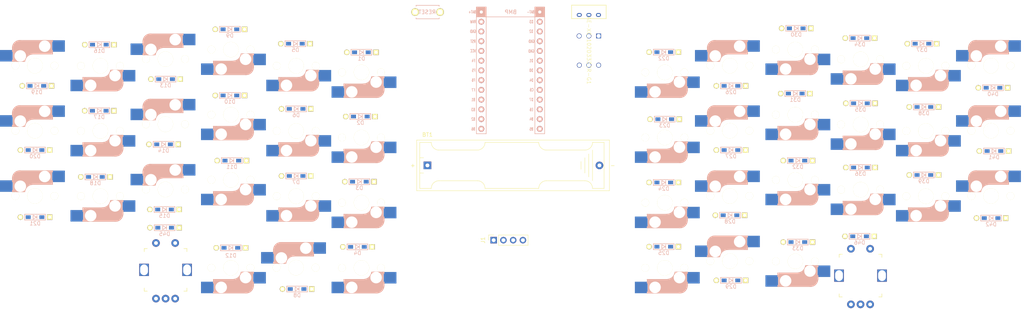
<source format=kicad_pcb>
(kicad_pcb (version 20241229) (generator "pcbnew") (generator_version "9.0")
  (layers (0 "F.Cu" signal) (2 "B.Cu" signal) (13 "F.Paste" user) (15 "B.Paste" user) (5 "F.SilkS" user "F.Silkscreen") (7 "B.SilkS" user "B.Silkscreen") (1 "F.Mask" user) (3 "B.Mask" user) (25 "Edge.Cuts" user))
  (net 0 "")
  (net 1 "BAT+")
  (net 2 "Net-(BT1-+)")
  (net 3 "Net-(AE-XCL102D333CR-G1-EN)")
  (net 5 "BAT-")
  (net 6 "ROW1")
  (net 7 "Net-(D1-A)")
  (net 8 "ROW2")
  (net 9 "Net-(D2-A)")
  (net 10 "Net-(D3-A)")
  (net 11 "ROW3")
  (net 12 "ROW4")
  (net 13 "Net-(D4-A)")
  (net 14 "Net-(D5-A)")
  (net 15 "Net-(D6-A)")
  (net 16 "Net-(D7-A)")
  (net 17 "Net-(D8-A)")
  (net 18 "Net-(D9-A)")
  (net 19 "Net-(D10-A)")
  (net 20 "Net-(D11-A)")
  (net 21 "Net-(D12-A)")
  (net 22 "Net-(D13-A)")
  (net 23 "Net-(D14-A)")
  (net 24 "Net-(D15-A)")
  (net 25 "Net-(D16-A)")
  (net 26 "Net-(D17-A)")
  (net 27 "Net-(D18-A)")
  (net 28 "Net-(D19-A)")
  (net 29 "Net-(D20-A)")
  (net 30 "Net-(D21-A)")
  (net 31 "Net-(D22-K)")
  (net 32 "Net-(D23-K)")
  (net 33 "Net-(D24-K)")
  (net 34 "Net-(D25-K)")
  (net 35 "Net-(D26-K)")
  (net 36 "Net-(D27-K)")
  (net 37 "Net-(D28-K)")
  (net 38 "Net-(D29-K)")
  (net 39 "Net-(D30-K)")
  (net 40 "Net-(D31-K)")
  (net 41 "Net-(D32-K)")
  (net 42 "Net-(D33-K)")
  (net 43 "Net-(D34-K)")
  (net 44 "Net-(D35-K)")
  (net 45 "Net-(D36-K)")
  (net 46 "Net-(D37-K)")
  (net 47 "Net-(D38-K)")
  (net 48 "Net-(D39-K)")
  (net 49 "Net-(D40-K)")
  (net 50 "Net-(D41-K)")
  (net 51 "Net-(D42-K)")
  (net 52 "SCL")
  (net 53 "SDA")
  (net 54 "VCC")
  (net 55 "GND")
  (net 56 "COL1")
  (net 57 "COL2")
  (net 58 "COL3")
  (net 59 "COL4")
  (net 60 "COL5")
  (net 61 "RE1B")
  (net 62 "RE1A")
  (net 63 "COL6")
  (net 64 "RE2A")
  (net 65 "RE2B")
  (net 66 "RESET")
  (net 71 "Net-(D45-A)")
  (net 72 "Net-(D46-A)")
  (net 73 "Net-(SW47-B)")
  (footprint "kbd_Parts:Diode_TH_SMD" (layer "F.Cu") (at 212.75 86.45 180)
    (property "Reference" "D24" (at 0 -1.63 0) (layer "B.SilkS") (effects (font (thickness 0.125)) (justify mirror)))
    (property "Value" "D" (hide yes))
    (pad "1" thru_hole rect (at -3.81 0 180) (size 1.397 1.397) (drill 0.8128) (layers "*.Cu" "*.Mask" "F.SilkS") (net 33 "Net-(D24-K)"))
    (pad "1" smd rect (at -1.775 0 180) (size 1.3 0.95) (layers "B.Cu" "B.Mask" "B.Paste") (net 33 "Net-(D24-K)"))
    (pad "2" smd rect (at 1.775 0 180) (size 1.3 0.95) (layers "B.Cu" "B.Mask" "B.Paste") (net 11 "ROW3"))
    (pad "2" thru_hole circle (at 3.81 0 180) (size 1.397 1.397) (drill 0.8128) (layers "*.Cu" "*.Mask" "F.SilkS") (net 11 "ROW3"))
  )
  (footprint "kicad-lib:CherryMX-HotSwap-1u_17" (layer "F.Cu") (at 66 73 180)
    (property "Reference" "SW17" (hide yes))
    (property "Value" "SW_Push" (hide yes))
    (pad "" np_thru_hole circle (at -5.105 -0.025 180) (size 2 2) (drill 2) (layers "*.Cu" "*.Mask" "F.SilkS"))
    (pad "" np_thru_hole circle (at -3.835 -2.565) (size 3 3) (drill 3) (layers "*.Cu" "*.Mask"))
    (pad "" np_thru_hole circle (at -0.025 -0.025 270) (size 4 4) (drill 4) (layers "*.Cu" "*.Mask" "F.SilkS"))
    (pad "" np_thru_hole circle (at 2.515 -5.105) (size 3 3) (drill 3) (layers "*.Cu" "*.Mask"))
    (pad "" np_thru_hole circle (at 5.055 -0.025 180) (size 2 2) (drill 2) (layers "*.Cu" "*.Mask" "F.SilkS"))
    (pad "1" smd rect (at -7.025 -2.605) (size 3.3 3) (drill (offset 0.45 0)) (layers "B.Cu" "B.Mask" "B.Paste") (net 60 "COL5"))
    (pad "2" smd rect (at 5.675 -5.145) (size 3.3 3) (drill (offset -0.45 0)) (layers "B.Cu" "B.Mask" "B.Paste") (net 26 "Net-(D17-A)"))
  )
  (footprint "kbd_Parts:Diode_TH_SMD" (layer "F.Cu") (at 134 52.5 180)
    (property "Reference" "D1" (at 0 -1.63 0) (layer "B.SilkS") (effects (font (thickness 0.125)) (justify mirror)))
    (property "Value" "D" (hide yes))
    (pad "1" thru_hole rect (at -3.81 0 180) (size 1.397 1.397) (drill 0.8128) (layers "*.Cu" "*.Mask" "F.SilkS") (net 6 "ROW1"))
    (pad "1" smd rect (at -1.775 0 180) (size 1.3 0.95) (layers "B.Cu" "B.Mask" "B.Paste") (net 6 "ROW1"))
    (pad "2" smd rect (at 1.775 0 180) (size 1.3 0.95) (layers "B.Cu" "B.Mask" "B.Paste") (net 7 "Net-(D1-A)"))
    (pad "2" thru_hole circle (at 3.81 0 180) (size 1.397 1.397) (drill 0.8128) (layers "*.Cu" "*.Mask" "F.SilkS") (net 7 "Net-(D1-A)"))
  )
  (footprint "kbd_Parts:Diode_TH_SMD" (layer "F.Cu") (at 117 67.25 180)
    (property "Reference" "D6" (at 0 -1.63 0) (layer "B.SilkS") (effects (font (thickness 0.125)) (justify mirror)))
    (property "Value" "D" (hide yes))
    (pad "1" thru_hole rect (at -3.81 0 180) (size 1.397 1.397) (drill 0.8128) (layers "*.Cu" "*.Mask" "F.SilkS") (net 8 "ROW2"))
    (pad "1" smd rect (at -1.775 0 180) (size 1.3 0.95) (layers "B.Cu" "B.Mask" "B.Paste") (net 8 "ROW2"))
    (pad "2" smd rect (at 1.775 0 180) (size 1.3 0.95) (layers "B.Cu" "B.Mask" "B.Paste") (net 15 "Net-(D6-A)"))
    (pad "2" thru_hole circle (at 3.81 0 180) (size 1.397 1.397) (drill 0.8128) (layers "*.Cu" "*.Mask" "F.SilkS") (net 15 "Net-(D6-A)"))
  )
  (footprint "kicad-lib:CherryMX-HotSwap-1u_17" (layer "F.Cu") (at 213 91.7 180)
    (property "Reference" "SW24" (hide yes))
    (property "Value" "SW_Push" (hide yes))
    (pad "" np_thru_hole circle (at -5.105 -0.025 180) (size 2 2) (drill 2) (layers "*.Cu" "*.Mask" "F.SilkS"))
    (pad "" np_thru_hole circle (at -3.835 -2.565) (size 3 3) (drill 3) (layers "*.Cu" "*.Mask"))
    (pad "" np_thru_hole circle (at -0.025 -0.025 270) (size 4 4) (drill 4) (layers "*.Cu" "*.Mask" "F.SilkS"))
    (pad "" np_thru_hole circle (at 2.515 -5.105) (size 3 3) (drill 3) (layers "*.Cu" "*.Mask"))
    (pad "" np_thru_hole circle (at 5.055 -0.025 180) (size 2 2) (drill 2) (layers "*.Cu" "*.Mask" "F.SilkS"))
    (pad "1" smd rect (at -7.025 -2.605) (size 3.3 3) (drill (offset 0.45 0)) (layers "B.Cu" "B.Mask" "B.Paste") (net 56 "COL1"))
    (pad "2" smd rect (at 5.675 -5.145) (size 3.3 3) (drill (offset -0.45 0)) (layers "B.Cu" "B.Mask" "B.Paste") (net 33 "Net-(D24-K)"))
  )
  (footprint "kbd_Parts:Diode_TH_SMD" (layer "F.Cu") (at 49 78 180)
    (property "Reference" "D20" (at 0 -1.63 0) (layer "B.SilkS") (effects (font (thickness 0.125)) (justify mirror)))
    (property "Value" "D" (hide yes))
    (pad "1" thru_hole rect (at -3.81 0 180) (size 1.397 1.397) (drill 0.8128) (layers "*.Cu" "*.Mask" "F.SilkS") (net 8 "ROW2"))
    (pad "1" smd rect (at -1.775 0 180) (size 1.3 0.95) (layers "B.Cu" "B.Mask" "B.Paste") (net 8 "ROW2"))
    (pad "2" smd rect (at 1.775 0 180) (size 1.3 0.95) (layers "B.Cu" "B.Mask" "B.Paste") (net 29 "Net-(D20-A)"))
    (pad "2" thru_hole circle (at 3.81 0 180) (size 1.397 1.397) (drill 0.8128) (layers "*.Cu" "*.Mask" "F.SilkS") (net 29 "Net-(D20-A)"))
  )
  (footprint "kicad-lib:CherryMX-HotSwap-1u_17" (layer "F.Cu") (at 264 71.3 180)
    (property "Reference" "SW35" (hide yes))
    (property "Value" "SW_Push" (hide yes))
    (pad "" np_thru_hole circle (at -5.105 -0.025 180) (size 2 2) (drill 2) (layers "*.Cu" "*.Mask" "F.SilkS"))
    (pad "" np_thru_hole circle (at -3.835 -2.565) (size 3 3) (drill 3) (layers "*.Cu" "*.Mask"))
    (pad "" np_thru_hole circle (at -0.025 -0.025 270) (size 4 4) (drill 4) (layers "*.Cu" "*.Mask" "F.SilkS"))
    (pad "" np_thru_hole circle (at 2.515 -5.105) (size 3 3) (drill 3) (layers "*.Cu" "*.Mask"))
    (pad "" np_thru_hole circle (at 5.055 -0.025 180) (size 2 2) (drill 2) (layers "*.Cu" "*.Mask" "F.SilkS"))
    (pad "1" smd rect (at -7.025 -2.605) (size 3.3 3) (drill (offset 0.45 0)) (layers "B.Cu" "B.Mask" "B.Paste") (net 59 "COL4"))
    (pad "2" smd rect (at 5.675 -5.145) (size 3.3 3) (drill (offset -0.45 0)) (layers "B.Cu" "B.Mask" "B.Paste") (net 44 "Net-(D35-K)"))
  )
  (footprint "kbd_Parts:Diode_TH_SMD" (layer "F.Cu") (at 247.675 102 180)
    (property "Reference" "D33" (at 0 -1.63 0) (layer "B.SilkS") (effects (font (thickness 0.125)) (justify mirror)))
    (property "Value" "D" (hide yes))
    (pad "1" thru_hole rect (at -3.81 0 180) (size 1.397 1.397) (drill 0.8128) (layers "*.Cu" "*.Mask" "F.SilkS") (net 42 "Net-(D33-K)"))
    (pad "1" smd rect (at -1.775 0 180) (size 1.3 0.95) (layers "B.Cu" "B.Mask" "B.Paste") (net 42 "Net-(D33-K)"))
    (pad "2" smd rect (at 1.775 0 180) (size 1.3 0.95) (layers "B.Cu" "B.Mask" "B.Paste") (net 12 "ROW4"))
    (pad "2" thru_hole circle (at 3.81 0 180) (size 1.397 1.397) (drill 0.8128) (layers "*.Cu" "*.Mask" "F.SilkS") (net 12 "ROW4"))
  )
  (footprint "kbd_Parts:Diode_TH_SMD" (layer "F.Cu") (at 65.75 50.5 180)
    (property "Reference" "D16" (at 0 -1.63 0) (layer "B.SilkS") (effects (font (thickness 0.125)) (justify mirror)))
    (property "Value" "D" (hide yes))
    (pad "1" thru_hole rect (at -3.81 0 180) (size 1.397 1.397) (drill 0.8128) (layers "*.Cu" "*.Mask" "F.SilkS") (net 6 "ROW1"))
    (pad "1" smd rect (at -1.775 0 180) (size 1.3 0.95) (layers "B.Cu" "B.Mask" "B.Paste") (net 6 "ROW1"))
    (pad "2" smd rect (at 1.775 0 180) (size 1.3 0.95) (layers "B.Cu" "B.Mask" "B.Paste") (net 25 "Net-(D16-A)"))
    (pad "2" thru_hole circle (at 3.81 0 180) (size 1.397 1.397) (drill 0.8128) (layers "*.Cu" "*.Mask" "F.SilkS") (net 25 "Net-(D16-A)"))
  )
  (footprint "kicad-lib:CherryMX-HotSwap-1u_17" (layer "F.Cu") (at 281 90 180)
    (property "Reference" "SW39" (hide yes))
    (property "Value" "SW_Push" (hide yes))
    (pad "" np_thru_hole circle (at -5.105 -0.025 180) (size 2 2) (drill 2) (layers "*.Cu" "*.Mask" "F.SilkS"))
    (pad "" np_thru_hole circle (at -3.835 -2.565) (size 3 3) (drill 3) (layers "*.Cu" "*.Mask"))
    (pad "" np_thru_hole circle (at -0.025 -0.025 270) (size 4 4) (drill 4) (layers "*.Cu" "*.Mask" "F.SilkS"))
    (pad "" np_thru_hole circle (at 2.515 -5.105) (size 3 3) (drill 3) (layers "*.Cu" "*.Mask"))
    (pad "" np_thru_hole circle (at 5.055 -0.025 180) (size 2 2) (drill 2) (layers "*.Cu" "*.Mask" "F.SilkS"))
    (pad "1" smd rect (at -7.025 -2.605) (size 3.3 3) (drill (offset 0.45 0)) (layers "B.Cu" "B.Mask" "B.Paste") (net 60 "COL5"))
    (pad "2" smd rect (at 5.675 -5.145) (size 3.3 3) (drill (offset -0.45 0)) (layers "B.Cu" "B.Mask" "B.Paste") (net 48 "Net-(D39-K)"))
  )
  (footprint "kbd_Parts:Diode_TH_SMD" (layer "F.Cu") (at 263.75 100.5 180)
    (property "Reference" "D46" (at 0 -1.63 0) (layer "B.SilkS") (effects (font (thickness 0.125)) (justify mirror)))
    (property "Value" "D" (hide yes))
    (pad "1" thru_hole rect (at -3.81 0 180) (size 1.397 1.397) (drill 0.8128) (layers "*.Cu" "*.Mask" "F.SilkS") (net 12 "ROW4"))
    (pad "1" smd rect (at -1.775 0 180) (size 1.3 0.95) (layers "B.Cu" "B.Mask" "B.Paste") (net 12 "ROW4"))
    (pad "2" smd rect (at 1.775 0 180) (size 1.3 0.95) (layers "B.Cu" "B.Mask" "B.Paste") (net 72 "Net-(D46-A)"))
    (pad "2" thru_hole circle (at 3.81 0 180) (size 1.397 1.397) (drill 0.8128) (layers "*.Cu" "*.Mask" "F.SilkS") (net 72 "Net-(D46-A)"))
  )
  (footprint "kicad-lib:CherryMX-HotSwap-1u_17" (layer "F.Cu") (at 247 51.75 180)
    (property "Reference" "SW30" (hide yes))
    (property "Value" "SW_Push" (hide yes))
    (pad "" np_thru_hole circle (at -5.105 -0.025 180) (size 2 2) (drill 2) (layers "*.Cu" "*.Mask" "F.SilkS"))
    (pad "" np_thru_hole circle (at -3.835 -2.565) (size 3 3) (drill 3) (layers "*.Cu" "*.Mask"))
    (pad "" np_thru_hole circle (at -0.025 -0.025 270) (size 4 4) (drill 4) (layers "*.Cu" "*.Mask" "F.SilkS"))
    (pad "" np_thru_hole circle (at 2.515 -5.105) (size 3 3) (drill 3) (layers "*.Cu" "*.Mask"))
    (pad "" np_thru_hole circle (at 5.055 -0.025 180) (size 2 2) (drill 2) (layers "*.Cu" "*.Mask" "F.SilkS"))
    (pad "1" smd rect (at -7.025 -2.605) (size 3.3 3) (drill (offset 0.45 0)) (layers "B.Cu" "B.Mask" "B.Paste") (net 58 "COL3"))
    (pad "2" smd rect (at 5.675 -5.145) (size 3.3 3) (drill (offset -0.45 0)) (layers "B.Cu" "B.Mask" "B.Paste") (net 39 "Net-(D30-K)"))
  )
  (footprint "kicad-lib:CherryMX-HotSwap-1u_17" (layer "F.Cu") (at 83 54.3)
    (property "Reference" "SW13" (hide yes))
    (property "Value" "SW_Push" (hide yes))
    (pad "" np_thru_hole circle (at -5.105 -0.025) (size 2 2) (drill 2) (layers "*.Cu" "*.Mask" "F.SilkS"))
    (pad "" np_thru_hole circle (at -3.835 -2.565 180) (size 3 3) (drill 3) (layers "*.Cu" "*.Mask"))
    (pad "" np_thru_hole circle (at -0.025 -0.025 90) (size 4 4) (drill 4) (layers "*.Cu" "*.Mask" "F.SilkS"))
    (pad "" np_thru_hole circle (at 2.515 -5.105 180) (size 3 3) (drill 3) (layers "*.Cu" "*.Mask"))
    (pad "" np_thru_hole circle (at 5.055 -0.025) (size 2 2) (drill 2) (layers "*.Cu" "*.Mask" "F.SilkS"))
    (pad "1" smd rect (at -7.025 -2.605 180) (size 3.3 3) (drill (offset 0.45 0)) (layers "B.Cu" "B.Mask" "B.Paste") (net 59 "COL4"))
    (pad "2" smd rect (at 5.675 -5.145 180) (size 3.3 3) (drill (offset -0.45 0)) (layers "B.Cu" "B.Mask" "B.Paste") (net 22 "Net-(D13-A)"))
  )
  (footprint "kicad-lib:CherryMX-HotSwap-1u_17" (layer "F.Cu") (at 100 108.7 180)
    (property "Reference" "SW12" (hide yes))
    (property "Value" "SW_Push" (hide yes))
    (pad "" np_thru_hole circle (at -5.105 -0.025 180) (size 2 2) (drill 2) (layers "*.Cu" "*.Mask" "F.SilkS"))
    (pad "" np_thru_hole circle (at -3.835 -2.565) (size 3 3) (drill 3) (layers "*.Cu" "*.Mask"))
    (pad "" np_thru_hole circle (at -0.025 -0.025 270) (size 4 4) (drill 4) (layers "*.Cu" "*.Mask" "F.SilkS"))
    (pad "" np_thru_hole circle (at 2.515 -5.105) (size 3 3) (drill 3) (layers "*.Cu" "*.Mask"))
    (pad "" np_thru_hole circle (at 5.055 -0.025 180) (size 2 2) (drill 2) (layers "*.Cu" "*.Mask" "F.SilkS"))
    (pad "1" smd rect (at -7.025 -2.605) (size 3.3 3) (drill (offset 0.45 0)) (layers "B.Cu" "B.Mask" "B.Paste") (net 58 "COL3"))
    (pad "2" smd rect (at 5.675 -5.145) (size 3.3 3) (drill (offset -0.45 0)) (layers "B.Cu" "B.Mask" "B.Paste") (net 21 "Net-(D12-A)"))
  )
  (footprint "kbd_Parts:Diode_TH_SMD" (layer "F.Cu") (at 117.25 114.25 180)
    (property "Reference" "D8" (at 0 -1.63 0) (layer "B.SilkS") (effects (font (thickness 0.125)) (justify mirror)))
    (property "Value" "D" (hide yes))
    (pad "1" thru_hole rect (at -3.81 0 180) (size 1.397 1.397) (drill 0.8128) (layers "*.Cu" "*.Mask" "F.SilkS") (net 12 "ROW4"))
    (pad "1" smd rect (at -1.775 0 180) (size 1.3 0.95) (layers "B.Cu" "B.Mask" "B.Paste") (net 12 "ROW4"))
    (pad "2" smd rect (at 1.775 0 180) (size 1.3 0.95) (layers "B.Cu" "B.Mask" "B.Paste") (net 17 "Net-(D8-A)"))
    (pad "2" thru_hole circle (at 3.81 0 180) (size 1.397 1.397) (drill 0.8128) (layers "*.Cu" "*.Mask" "F.SilkS") (net 17 "Net-(D8-A)"))
  )
  (footprint "kbd_Parts:Diode_TH_SMD" (layer "F.Cu") (at 133.725 69.25 180)
    (property "Reference" "D2" (at 0 -1.63 0) (layer "B.SilkS") (effects (font (thickness 0.125)) (justify mirror)))
    (property "Value" "D" (hide yes))
    (pad "1" thru_hole rect (at -3.81 0 180) (size 1.397 1.397) (drill 0.8128) (layers "*.Cu" "*.Mask" "F.SilkS") (net 8 "ROW2"))
    (pad "1" smd rect (at -1.775 0 180) (size 1.3 0.95) (layers "B.Cu" "B.Mask" "B.Paste") (net 8 "ROW2"))
    (pad "2" smd rect (at 1.775 0 180) (size 1.3 0.95) (layers "B.Cu" "B.Mask" "B.Paste") (net 9 "Net-(D2-A)"))
    (pad "2" thru_hole circle (at 3.81 0 180) (size 1.397 1.397) (drill 0.8128) (layers "*.Cu" "*.Mask" "F.SilkS") (net 9 "Net-(D2-A)"))
  )
  (footprint "kbd_Parts:Diode_TH_SMD" (layer "F.Cu") (at 100 103.5 180)
    (property "Reference" "D12" (at 0 -2 0) (layer "B.SilkS") (effects (font (thickness 0.125)) (justify mirror)))
    (property "Value" "D" (hide yes))
    (pad "1" thru_hole rect (at -3.81 0 180) (size 1.397 1.397) (drill 0.8128) (layers "*.Cu" "*.Mask" "F.SilkS") (net 12 "ROW4"))
    (pad "1" smd rect (at -1.775 0 180) (size 1.3 0.95) (layers "B.Cu" "B.Mask" "B.Paste") (net 12 "ROW4"))
    (pad "2" smd rect (at 1.775 0 180) (size 1.3 0.95) (layers "B.Cu" "B.Mask" "B.Paste") (net 21 "Net-(D12-A)"))
    (pad "2" thru_hole circle (at 3.81 0 180) (size 1.397 1.397) (drill 0.8128) (layers "*.Cu" "*.Mask" "F.SilkS") (net 21 "Net-(D12-A)"))
  )
  (footprint "kicad-lib:CherryMX-HotSwap-1u_17" (layer "F.Cu") (at 264 88.3 180)
    (property "Reference" "SW36" (hide yes))
    (property "Value" "SW_Push" (hide yes))
    (pad "" np_thru_hole circle (at -5.105 -0.025 180) (size 2 2) (drill 2) (layers "*.Cu" "*.Mask" "F.SilkS"))
    (pad "" np_thru_hole circle (at -3.835 -2.565) (size 3 3) (drill 3) (layers "*.Cu" "*.Mask"))
    (pad "" np_thru_hole circle (at -0.025 -0.025 270) (size 4 4) (drill 4) (layers "*.Cu" "*.Mask" "F.SilkS"))
    (pad "" np_thru_hole circle (at 2.515 -5.105) (size 3 3) (drill 3) (layers "*.Cu" "*.Mask"))
    (pad "" np_thru_hole circle (at 5.055 -0.025 180) (size 2 2) (drill 2) (layers "*.Cu" "*.Mask" "F.SilkS"))
    (pad "1" smd rect (at -7.025 -2.605) (size 3.3 3) (drill (offset 0.45 0)) (layers "B.Cu" "B.Mask" "B.Paste") (net 59 "COL4"))
    (pad "2" smd rect (at 5.675 -5.145) (size 3.3 3) (drill (offset -0.45 0)) (layers "B.Cu" "B.Mask" "B.Paste") (net 45 "Net-(D36-K)"))
  )
  (footprint "kicad-lib:CherryMX-HotSwap-1u_17" (layer "F.Cu") (at 281 56 180)
    (property "Reference" "SW37" (hide yes))
    (property "Value" "SW_Push" (hide yes))
    (pad "" np_thru_hole circle (at -5.105 -0.025 180) (size 2 2) (drill 2) (layers "*.Cu" "*.Mask" "F.SilkS"))
    (pad "" np_thru_hole circle (at -3.835 -2.565) (size 3 3) (drill 3) (layers "*.Cu" "*.Mask"))
    (pad "" np_thru_hole circle (at -0.025 -0.025 270) (size 4 4) (drill 4) (layers "*.Cu" "*.Mask" "F.SilkS"))
    (pad "" np_thru_hole circle (at 2.515 -5.105) (size 3 3) (drill 3) (layers "*.Cu" "*.Mask"))
    (pad "" np_thru_hole circle (at 5.055 -0.025 180) (size 2 2) (drill 2) (layers "*.Cu" "*.Mask" "F.SilkS"))
    (pad "1" smd rect (at -7.025 -2.605) (size 3.3 3) (drill (offset 0.45 0)) (layers "B.Cu" "B.Mask" "B.Paste") (net 60 "COL5"))
    (pad "2" smd rect (at 5.675 -5.145) (size 3.3 3) (drill (offset -0.45 0)) (layers "B.Cu" "B.Mask" "B.Paste") (net 46 "Net-(D37-K)"))
  )
  (footprint "kicad-lib:CherryMX-HotSwap-1u_17" (layer "F.Cu") (at 117 90 180)
    (property "Reference" "SW7" (hide yes))
    (property "Value" "SW_Push" (hide yes))
    (pad "" np_thru_hole circle (at -5.105 -0.025 180) (size 2 2) (drill 2) (layers "*.Cu" "*.Mask" "F.SilkS"))
    (pad "" np_thru_hole circle (at -3.835 -2.565) (size 3 3) (drill 3) (layers "*.Cu" "*.Mask"))
    (pad "" np_thru_hole circle (at -0.025 -0.025 270) (size 4 4) (drill 4) (layers "*.Cu" "*.Mask" "F.SilkS"))
    (pad "" np_thru_hole circle (at 2.515 -5.105) (size 3 3) (drill 3) (layers "*.Cu" "*.Mask"))
    (pad "" np_thru_hole circle (at 5.055 -0.025 180) (size 2 2) (drill 2) (layers "*.Cu" "*.Mask" "F.SilkS"))
    (pad "1" smd rect (at -7.025 -2.605) (size 3.3 3) (drill (offset 0.45 0)) (layers "B.Cu" "B.Mask" "B.Paste") (net 57 "COL2"))
    (pad "2" smd rect (at 5.675 -5.145) (size 3.3 3) (drill (offset -0.45 0)) (layers "B.Cu" "B.Mask" "B.Paste") (net 16 "Net-(D7-A)"))
  )
  (footprint "kbd_Parts:Diode_TH_SMD" (layer "F.Cu") (at 82.725 93.5 180)
    (property "Reference" "D15" (at 0 -1.63 0) (layer "B.SilkS") (effects (font (thickness 0.125)) (justify mirror)))
    (property "Value" "D" (hide yes))
    (pad "1" thru_hole rect (at -3.81 0 180) (size 1.397 1.397) (drill 0.8128) (layers "*.Cu" "*.Mask" "F.SilkS") (net 11 "ROW3"))
    (pad "1" smd rect (at -1.775 0 180) (size 1.3 0.95) (layers "B.Cu" "B.Mask" "B.Paste") (net 11 "ROW3"))
    (pad "2" smd rect (at 1.775 0 180) (size 1.3 0.95) (layers "B.Cu" "B.Mask" "B.Paste") (net 24 "Net-(D15-A)"))
    (pad "2" thru_hole circle (at 3.81 0 180) (size 1.397 1.397) (drill 0.8128) (layers "*.Cu" "*.Mask" "F.SilkS") (net 24 "Net-(D15-A)"))
  )
  (footprint "kbd_Parts:Diode_TH_SMD" (layer "F.Cu") (at 99.75 63.75 180)
    (property "Reference" "D10" (at 0 -1.63 0) (layer "B.SilkS") (effects (font (thickness 0.125)) (justify mirror)))
    (property "Value" "D" (hide yes))
    (pad "1" thru_hole rect (at -3.81 0 180) (size 1.397 1.397) (drill 0.8128) (layers "*.Cu" "*.Mask" "F.SilkS") (net 8 "ROW2"))
    (pad "1" smd rect (at -1.775 0 180) (size 1.3 0.95) (layers "B.Cu" "B.Mask" "B.Paste") (net 8 "ROW2"))
    (pad "2" smd rect (at 1.775 0 180) (size 1.3 0.95) (layers "B.Cu" "B.Mask" "B.Paste") (net 19 "Net-(D10-A)"))
    (pad "2" thru_hole circle (at 3.81 0 180) (size 1.397 1.397) (drill 0.8128) (layers "*.Cu" "*.Mask" "F.SilkS") (net 19 "Net-(D10-A)"))
  )
  (footprint "kbd_Parts:Diode_TH_SMD" (layer "F.Cu") (at 298.5 61.75 180)
    (property "Reference" "D40" (at 0 -1.63 0) (layer "B.SilkS") (effects (font (thickness 0.125)) (justify mirror)))
    (property "Value" "D" (hide yes))
    (pad "1" thru_hole rect (at -3.81 0 180) (size 1.397 1.397) (drill 0.8128) (layers "*.Cu" "*.Mask" "F.SilkS") (net 49 "Net-(D40-K)"))
    (pad "1" smd rect (at -1.775 0 180) (size 1.3 0.95) (layers "B.Cu" "B.Mask" "B.Paste") (net 49 "Net-(D40-K)"))
    (pad "2" smd rect (at 1.775 0 180) (size 1.3 0.95) (layers "B.Cu" "B.Mask" "B.Paste") (net 6 "ROW1"))
    (pad "2" thru_hole circle (at 3.81 0 180) (size 1.397 1.397) (drill 0.8128) (layers "*.Cu" "*.Mask" "F.SilkS") (net 6 "ROW1"))
  )
  (footprint "kicad-lib:CherryMX-HotSwap-1u_17" (layer "F.Cu") (at 298 73)
    (property "Reference" "SW41" (hide yes))
    (property "Value" "SW_Push" (hide yes))
    (pad "" np_thru_hole circle (at -5.105 -0.025) (size 2 2) (drill 2) (layers "*.Cu" "*.Mask" "F.SilkS"))
    (pad "" np_thru_hole circle (at -3.835 -2.565 180) (size 3 3) (drill 3) (layers "*.Cu" "*.Mask"))
    (pad "" np_thru_hole circle (at -0.025 -0.025 90) (size 4 4) (drill 4) (layers "*.Cu" "*.Mask" "F.SilkS"))
    (pad "" np_thru_hole circle (at 2.515 -5.105 180) (size 3 3) (drill 3) (layers "*.Cu" "*.Mask"))
    (pad "" np_thru_hole circle (at 5.055 -0.025) (size 2 2) (drill 2) (layers "*.Cu" "*.Mask" "F.SilkS"))
    (pad "1" smd rect (at -7.025 -2.605 180) (size 3.3 3) (drill (offset 0.45 0)) (layers "B.Cu" "B.Mask" "B.Paste") (net 63 "COL6"))
    (pad "2" smd rect (at 5.675 -5.145 180) (size 3.3 3) (drill (offset -0.45 0)) (layers "B.Cu" "B.Mask" "B.Paste") (net 50 "Net-(D41-K)"))
  )
  (footprint "kicad-lib:CherryMX-HotSwap-1u_17" (layer "F.Cu") (at 134 57.7 180)
    (property "Reference" "SW1" (hide yes))
    (property "Value" "SW_Push" (hide yes))
    (pad "" np_thru_hole circle (at -5.105 -0.025 180) (size 2 2) (drill 2) (layers "*.Cu" "*.Mask" "F.SilkS"))
    (pad "" np_thru_hole circle (at -3.835 -2.565) (size 3 3) (drill 3) (layers "*.Cu" "*.Mask"))
    (pad "" np_thru_hole circle (at -0.025 -0.025 270) (size 4 4) (drill 4) (layers "*.Cu" "*.Mask" "F.SilkS"))
    (pad "" np_thru_hole circle (at 2.515 -5.105) (size 3 3) (drill 3) (layers "*.Cu" "*.Mask"))
    (pad "" np_thru_hole circle (at 5.055 -0.025 180) (size 2 2) (drill 2) (layers "*.Cu" "*.Mask" "F.SilkS"))
    (pad "1" smd rect (at -7.025 -2.605) (size 3.3 3) (drill (offset 0.45 0)) (layers "B.Cu" "B.Mask" "B.Paste") (net 56 "COL1"))
    (pad "2" smd rect (at 5.675 -5.145) (size 3.3 3) (drill (offset -0.45 0)) (layers "B.Cu" "B.Mask" "B.Paste") (net 7 "Net-(D1-A)"))
  )
  (footprint "kicad-lib:CherryMX-HotSwap-1u_17" (layer "F.Cu") (at 100 68.75 180)
    (property "Reference" "SW10" (hide yes))
    (property "Value" "SW_Push" (hide yes))
    (pad "" np_thru_hole circle (at -5.105 -0.025 180) (size 2 2) (drill 2) (layers "*.Cu" "*.Mask" "F.SilkS"))
    (pad "" np_thru_hole circle (at -3.835 -2.565) (size 3 3) (drill 3) (layers "*.Cu" "*.Mask"))
    (pad "" np_thru_hole circle (at -0.025 -0.025 270) (size 4 4) (drill 4) (layers "*.Cu" "*.Mask" "F.SilkS"))
    (pad "" np_thru_hole circle (at 2.515 -5.105) (size 3 3) (drill 3) (layers "*.Cu" "*.Mask"))
    (pad "" np_thru_hole circle (at 5.055 -0.025 180) (size 2 2) (drill 2) (layers "*.Cu" "*.Mask" "F.SilkS"))
    (pad "1" smd rect (at -7.025 -2.605) (size 3.3 3) (drill (offset 0.45 0)) (layers "B.Cu" "B.Mask" "B.Paste") (net 58 "COL3"))
    (pad "2" smd rect (at 5.675 -5.145) (size 3.3 3) (drill (offset -0.45 0)) (layers "B.Cu" "B.Mask" "B.Paste") (net 19 "Net-(D10-A)"))
  )
  (footprint "kbd_Parts:ResetSW" (layer "F.Cu") (at 151.25 42 180)
    (property "Reference" "SW44" (hide yes))
    (property "Value" "SW_Push")
    (fp_text user "RESET" (at 0.127 0 0) (layer "B.SilkS") (effects (justify mirror)))
    (pad "1" thru_hole circle (at 3.25 0 180) (size 2 2) (drill 1.3) (layers "*.Cu" "*.Mask" "F.SilkS") (net 66 "RESET"))
    (pad "2" thru_hole circle (at -3.25 0 180) (size 2 2) (drill 1.3) (layers "*.Cu" "*.Mask" "F.SilkS") (net 55 "GND"))
  )
  (footprint "kbd_Parts:Diode_TH_SMD" (layer "F.Cu") (at 99.75 46.5 180)
    (property "Reference" "D9" (at 0 -1.63 0) (layer "B.SilkS") (effects (font (thickness 0.125)) (justify mirror)))
    (property "Value" "D" (hide yes))
    (pad "1" thru_hole rect (at -3.81 0 180) (size 1.397 1.397) (drill 0.8128) (layers "*.Cu" "*.Mask" "F.SilkS") (net 6 "ROW1"))
    (pad "1" smd rect (at -1.775 0 180) (size 1.3 0.95) (layers "B.Cu" "B.Mask" "B.Paste") (net 6 "ROW1"))
    (pad "2" smd rect (at 1.775 0 180) (size 1.3 0.95) (layers "B.Cu" "B.Mask" "B.Paste") (net 18 "Net-(D9-A)"))
    (pad "2" thru_hole circle (at 3.81 0 180) (size 1.397 1.397) (drill 0.8128) (layers "*.Cu" "*.Mask" "F.SilkS") (net 18 "Net-(D9-A)"))
  )
  (footprint "kicad-lib:CherryMX-HotSwap-1u_17" (layer "F.Cu") (at 213 108.7 180)
    (property "Reference" "SW25" (hide yes))
    (property "Value" "SW_Push" (hide yes))
    (pad "" np_thru_hole circle (at -5.105 -0.025 180) (size 2 2) (drill 2) (layers "*.Cu" "*.Mask" "F.SilkS"))
    (pad "" np_thru_hole circle (at -3.835 -2.565) (size 3 3) (drill 3) (layers "*.Cu" "*.Mask"))
    (pad "" np_thru_hole circle (at -0.025 -0.025 270) (size 4 4) (drill 4) (layers "*.Cu" "*.Mask" "F.SilkS"))
    (pad "" np_thru_hole circle (at 2.515 -5.105) (size 3 3) (drill 3) (layers "*.Cu" "*.Mask"))
    (pad "" np_thru_hole circle (at 5.055 -0.025 180) (size 2 2) (drill 2) (layers "*.Cu" "*.Mask" "F.SilkS"))
    (pad "1" smd rect (at -7.025 -2.605) (size 3.3 3) (drill (offset 0.45 0)) (layers "B.Cu" "B.Mask" "B.Paste") (net 56 "COL1"))
    (pad "2" smd rect (at 5.675 -5.145) (size 3.3 3) (drill (offset -0.45 0)) (layers "B.Cu" "B.Mask" "B.Paste") (net 34 "Net-(D25-K)"))
  )
  (footprint "kbd_Parts:Diode_TH_SMD" (layer "F.Cu") (at 247 63.25 180)
    (property "Reference" "D31" (at 0 -1.63 0) (layer "B.SilkS") (effects (font (thickness 0.125)) (justify mirror)))
    (property "Value" "D" (hide yes))
    (pad "1" thru_hole rect (at -3.81 0 180) (size 1.397 1.397) (drill 0.8128) (layers "*.Cu" "*.Mask" "F.SilkS") (net 40 "Net-(D31-K)"))
    (pad "1" smd rect (at -1.775 0 180) (size 1.3 0.95) (layers "B.Cu" "B.Mask" "B.Paste") (net 40 "Net-(D31-K)"))
    (pad "2" smd rect (at 1.775 0 180) (size 1.3 0.95) (layers "B.Cu" "B.Mask" "B.Paste") (net 8 "ROW2"))
    (pad "2" thru_hole circle (at 3.81 0 180) (size 1.397 1.397) (drill 0.8128) (layers "*.Cu" "*.Mask" "F.SilkS") (net 8 "ROW2"))
  )
  (footprint "kicad-lib:CherryMX-HotSwap-1u_17" (layer "F.Cu") (at 134 91.7 180)
    (property "Reference" "SW3" (hide yes))
    (property "Value" "SW_Push" (hide yes))
    (pad "" np_thru_hole circle (at -5.105 -0.025 180) (size 2 2) (drill 2) (layers "*.Cu" "*.Mask" "F.SilkS"))
    (pad "" np_thru_hole circle (at -3.835 -2.565) (size 3 3) (drill 3) (layers "*.Cu" "*.Mask"))
    (pad "" np_thru_hole circle (at -0.025 -0.025 270) (size 4 4) (drill 4) (layers "*.Cu" "*.Mask" "F.SilkS"))
    (pad "" np_thru_hole circle (at 2.515 -5.105) (size 3 3) (drill 3) (layers "*.Cu" "*.Mask"))
    (pad "" np_thru_hole circle (at 5.055 -0.025 180) (size 2 2) (drill 2) (layers "*.Cu" "*.Mask" "F.SilkS"))
    (pad "1" smd rect (at -7.025 -2.605) (size 3.3 3) (drill (offset 0.45 0)) (layers "B.Cu" "B.Mask" "B.Paste") (net 56 "COL1"))
    (pad "2" smd rect (at 5.675 -5.145) (size 3.3 3) (drill (offset -0.45 0)) (layers "B.Cu" "B.Mask" "B.Paste") (net 10 "Net-(D3-A)"))
  )
  (footprint "kbd_Parts:Diode_TH_SMD" (layer "F.Cu") (at 213 69.95 180)
    (property "Reference" "D23" (at 0 -1.63 0) (layer "B.SilkS") (effects (font (thickness 0.125)) (justify mirror)))
    (property "Value" "D" (hide yes))
    (pad "1" thru_hole rect (at -3.81 0 180) (size 1.397 1.397) (drill 0.8128) (layers "*.Cu" "*.Mask" "F.SilkS") (net 32 "Net-(D23-K)"))
    (pad "1" smd rect (at -1.775 0 180) (size 1.3 0.95) (layers "B.Cu" "B.Mask" "B.Paste") (net 32 "Net-(D23-K)"))
    (pad "2" smd rect (at 1.775 0 180) (size 1.3 0.95) (layers "B.Cu" "B.Mask" "B.Paste") (net 8 "ROW2"))
    (pad "2" thru_hole circle (at 3.81 0 180) (size 1.397 1.397) (drill 0.8128) (layers "*.Cu" "*.Mask" "F.SilkS") (net 8 "ROW2"))
  )
  (footprint "kicad-lib:CherryMX-HotSwap-1u_17" (layer "F.Cu") (at 49 90)
    (property "Reference" "SW21" (hide yes))
    (property "Value" "SW_Push" (hide yes))
    (pad "" np_thru_hole circle (at -5.105 -0.025) (size 2 2) (drill 2) (layers "*.Cu" "*.Mask" "F.SilkS"))
    (pad "" np_thru_hole circle (at -3.835 -2.565 180) (size 3 3) (drill 3) (layers "*.Cu" "*.Mask"))
    (pad "" np_thru_hole circle (at -0.025 -0.025 90) (size 4 4) (drill 4) (layers "*.Cu" "*.Mask" "F.SilkS"))
    (pad "" np_thru_hole circle (at 2.515 -5.105 180) (size 3 3) (drill 3) (layers "*.Cu" "*.Mask"))
    (pad "" np_thru_hole circle (at 5.055 -0.025) (size 2 2) (drill 2) (layers "*.Cu" "*.Mask" "F.SilkS"))
    (pad "1" smd rect (at -7.025 -2.605 180) (size 3.3 3) (drill (offset 0.45 0)) (layers "B.Cu" "B.Mask" "B.Paste") (net 63 "COL6"))
    (pad "2" smd rect (at 5.675 -5.145 180) (size 3.3 3) (drill (offset -0.45 0)) (layers "B.Cu" "B.Mask" "B.Paste") (net 30 "Net-(D21-A)"))
  )
  (footprint "kicad-lib:CherryMX-HotSwap-1u_17" (layer "F.Cu") (at 134 74.7 180)
    (property "Reference" "SW2" (hide yes))
    (property "Value" "SW_Push" (hide yes))
    (pad "" np_thru_hole circle (at -5.105 -0.025 180) (size 2 2) (drill 2) (layers "*.Cu" "*.Mask" "F.SilkS"))
    (pad "" np_thru_hole circle (at -3.835 -2.565) (size 3 3) (drill 3) (layers "*.Cu" "*.Mask"))
    (pad "" np_thru_hole circle (at -0.025 -0.025 270) (size 4 4) (drill 4) (layers "*.Cu" "*.Mask" "F.SilkS"))
    (pad "" np_thru_hole circle (at 2.515 -5.105) (size 3 3) (drill 3) (layers "*.Cu" "*.Mask"))
    (pad "" np_thru_hole circle (at 5.055 -0.025 180) (size 2 2) (drill 2) (layers "*.Cu" "*.Mask" "F.SilkS"))
    (pad "1" smd rect (at -7.025 -2.605) (size 3.3 3) (drill (offset 0.45 0)) (layers "B.Cu" "B.Mask" "B.Paste") (net 56 "COL1"))
    (pad "2" smd rect (at 5.675 -5.145) (size 3.3 3) (drill (offset -0.45 0)) (layers "B.Cu" "B.Mask" "B.Paste") (net 9 "Net-(D2-A)"))
  )
  (footprint "kicad-lib:CherryMX-HotSwap-1u_17" (layer "F.Cu") (at 230 90)
    (property "Reference" "SW28" (hide yes))
    (property "Value" "SW_Push" (hide yes))
    (pad "" np_thru_hole circle (at -5.105 -0.025) (size 2 2) (drill 2) (layers "*.Cu" "*.Mask" "F.SilkS"))
    (pad "" np_thru_hole circle (at -3.835 -2.565 180) (size 3 3) (drill 3) (layers "*.Cu" "*.Mask"))
    (pad "" np_thru_hole circle (at -0.025 -0.025 90) (size 4 4) (drill 4) (layers "*.Cu" "*.Mask" "F.SilkS"))
    (pad "" np_thru_hole circle (at 2.515 -5.105 180) (size 3 3) (drill 3) (layers "*.Cu" "*.Mask"))
    (pad "" np_thru_hole circle (at 5.055 -0.025) (size 2 2) (drill 2) (layers "*.Cu" "*.Mask" "F.SilkS"))
    (pad "1" smd rect (at -7.025 -2.605 180) (size 3.3 3) (drill (offset 0.45 0)) (layers "B.Cu" "B.Mask" "B.Paste") (net 57 "COL2"))
    (pad "2" smd rect (at 5.675 -5.145 180) (size 3.3 3) (drill (offset -0.45 0)) (layers "B.Cu" "B.Mask" "B.Paste") (net 37 "Net-(D28-K)"))
  )
  (footprint "kbd_Parts:Diode_TH_SMD" (layer "F.Cu") (at 247.25 46.25 180)
    (property "Reference" "D30" (at 0 -1.63 0) (layer "B.SilkS") (effects (font (thickness 0.125)) (justify mirror)))
    (property "Value" "D" (hide yes))
    (pad "1" thru_hole rect (at -3.81 0 180) (size 1.397 1.397) (drill 0.8128) (layers "*.Cu" "*.Mask" "F.SilkS") (net 39 "Net-(D30-K)"))
    (pad "1" smd rect (at -1.775 0 180) (size 1.3 0.95) (layers "B.Cu" "B.Mask" "B.Paste") (net 39 "Net-(D30-K)"))
    (pad "2" smd rect (at 1.775 0 180) (size 1.3 0.95) (layers "B.Cu" "B.Mask" "B.Paste") (net 6 "ROW1"))
    (pad "2" thru_hole circle (at 3.81 0 180) (size 1.397 1.397) (drill 0.8128) (layers "*.Cu" "*.Mask" "F.SilkS") (net 6 "ROW1"))
  )
  (footprint "kbd_Parts:Diode_TH_SMD" (layer "F.Cu") (at 133.475 86.25 180)
    (property "Reference" "D3" (at 0 -1.63 0) (layer "B.SilkS") (effects (font (thickness 0.125)) (justify mirror)))
    (property "Value" "D" (hide yes))
    (pad "1" thru_hole rect (at -3.81 0 180) (size 1.397 1.397) (drill 0.8128) (layers "*.Cu" "*.Mask" "F.SilkS") (net 11 "ROW3"))
    (pad "1" smd rect (at -1.775 0 180) (size 1.3 0.95) (layers "B.Cu" "B.Mask" "B.Paste") (net 11 "ROW3"))
    (pad "2" smd rect (at 1.775 0 180) (size 1.3 0.95) (layers "B.Cu" "B.Mask" "B.Paste") (net 10 "Net-(D3-A)"))
    (pad "2" thru_hole circle (at 3.81 0 180) (size 1.397 1.397) (drill 0.8128) (layers "*.Cu" "*.Mask" "F.SilkS") (net 10 "Net-(D3-A)"))
  )
  (footprint "kbd_Parts:Diode_TH_SMD" (layer "F.Cu") (at 280.5 84.5 180)
    (property "Reference" "D39" (at 0 -1.63 0) (layer "B.SilkS") (effects (font (thickness 0.125)) (justify mirror)))
    (property "Value" "D" (hide yes))
    (pad "1" thru_hole rect (at -3.81 0 180) (size 1.397 1.397) (drill 0.8128) (layers "*.Cu" "*.Mask" "F.SilkS") (net 48 "Net-(D39-K)"))
    (pad "1" smd rect (at -1.775 0 180) (size 1.3 0.95) (layers "B.Cu" "B.Mask" "B.Paste") (net 48 "Net-(D39-K)"))
    (pad "2" smd rect (at 1.775 0 180) (size 1.3 0.95) (layers "B.Cu" "B.Mask" "B.Paste") (net 11 "ROW3"))
    (pad "2" thru_hole circle (at 3.81 0 180) (size 1.397 1.397) (drill 0.8128) (layers "*.Cu" "*.Mask" "F.SilkS") (net 11 "ROW3"))
  )
  (footprint "kicad-lib:CherryMX-HotSwap-1u_17" (layer "F.Cu") (at 247 85.75 180)
    (property "Reference" "SW32" (hide yes))
    (property "Value" "SW_Push" (hide yes))
    (pad "" np_thru_hole circle (at -5.105 -0.025 180) (size 2 2) (drill 2) (layers "*.Cu" "*.Mask" "F.SilkS"))
    (pad "" np_thru_hole circle (at -3.835 -2.565) (size 3 3) (drill 3) (layers "*.Cu" "*.Mask"))
    (pad "" np_thru_hole circle (at -0.025 -0.025 270) (size 4 4) (drill 4) (layers "*.Cu" "*.Mask" "F.SilkS"))
    (pad "" np_thru_hole circle (at 2.515 -5.105) (size 3 3) (drill 3) (layers "*.Cu" "*.Mask"))
    (pad "" np_thru_hole circle (at 5.055 -0.025 180) (size 2 2) (drill 2) (layers "*.Cu" "*.Mask" "F.SilkS"))
    (pad "1" smd rect (at -7.025 -2.605) (size 3.3 3) (drill (offset 0.45 0)) (layers "B.Cu" "B.Mask" "B.Paste") (net 58 "COL3"))
    (pad "2" smd rect (at 5.675 -5.145) (size 3.3 3) (drill (offset -0.45 0)) (layers "B.Cu" "B.Mask" "B.Paste") (net 41 "Net-(D32-K)"))
  )
  (footprint "kbd_Parts:RotaryEncoder_EC12E" (layer "F.Cu") (at 83 109.25 90)
    (property "Reference" "SW45")
    (property "Value" "RotaryEncoder_Switch")
    (pad "A" thru_hole circle (at -7.5 -2.5 90) (size 2 2) (drill 1) (layers "*.Cu" "*.Mask") (net 62 "RE1A"))
    (pad "B" thru_hole circle (at -7.5 2.5 90) (size 2 2) (drill 1) (layers "*.Cu" "*.Mask") (net 61 "RE1B"))
    (pad "C" thru_hole circle (at -7.5 0 90) (size 2 2) (drill 1) (layers "*.Cu" "*.Mask") (net 55 "GND"))
    (pad "MP" thru_hole rect (at 0 -5.6 90) (size 3.2 2.5) (drill oval 2.8 2) (layers "*.Cu" "*.Mask"))
    (pad "MP" thru_hole rect (at 0 5.6 90) (size 3.2 2.5) (drill oval 2.8 2) (layers "*.Cu" "*.Mask"))
    (pad "S1" thru_hole circle (at 7 2.5 90) (size 2 2) (drill 1) (layers "*.Cu" "*.Mask") (net 59 "COL4"))
    (pad "S2" thru_hole circle (at 7 -2.5 90) (size 2 2) (drill 1) (layers "*.Cu" "*.Mask") (net 71 "Net-(D45-A)"))
  )
  (footprint "kbd_Parts:TGSW_MSK-12D19" (layer "F.Cu") (at 193.25 41.7)
    (property "Reference" "SW47")
    (property "Value" "SW_SPDT" (hide yes))
    (pad "1" thru_hole oval (at -2.5 1.05) (size 1.3 1) (drill oval 0.8 0.5) (layers "*.Cu" "*.Mask") (clearance 0.15))
    (pad "2" thru_hole oval (at 0 1.05) (size 1.3 1) (drill oval 0.8 0.5) (layers "*.Cu" "*.Mask") (net 73 "Net-(SW47-B)") (clearance 0.15))
    (pad "3" thru_hole oval (at 2.5 1.05) (size 1.3 1) (drill oval 0.8 0.5) (layers "*.Cu" "*.Mask") (net 3 "Net-(AE-XCL102D333CR-G1-EN)") (clearance 0.15))
  )
  (footprint "kbd_Parts:Diode_TH_SMD" (layer "F.Cu") (at 100.25 80.75 180)
    (property "Reference" "D11" (at 0 -1.63 0) (layer "B.SilkS") (effects (font (thickness 0.125)) (justify mirror)))
    (property "Value" "D" (hide yes))
    (pad "1" thru_hole rect (at -3.81 0 180) (size 1.397 1.397) (drill 0.8128) (layers "*.Cu" "*.Mask" "F.SilkS") (net 11 "ROW3"))
    (pad "1" smd rect (at -1.775 0 180) (size 1.3 0.95) (layers "B.Cu" "B.Mask" "B.Paste") (net 11 "ROW3"))
    (pad "2" smd rect (at 1.775 0 180) (size 1.3 0.95) (layers "B.Cu" "B.Mask" "B.Paste") (net 20 "Net-(D11-A)"))
    (pad "2" thru_hole circle (at 3.81 0 180) (size 1.397 1.397) (drill 0.8128) (layers "*.Cu" "*.Mask" "F.SilkS") (net 20 "Net-(D11-A)"))
  )
  (footprint "kicad-lib:CherryMX-HotSwap-1u_17" (layer "F.Cu") (at 100 85.75 180)
    (property "Reference" "SW11" (hide yes))
    (property "Value" "SW_Push" (hide yes))
    (pad "" np_thru_hole circle (at -5.105 -0.025 180) (size 2 2) (drill 2) (layers "*.Cu" "*.Mask" "F.SilkS"))
    (pad "" np_thru_hole circle (at -3.835 -2.565) (size 3 3) (drill 3) (layers "*.Cu" "*.Mask"))
    (pad "" np_thru_hole circle (at -0.025 -0.025 270) (size 4 4) (drill 4) (layers "*.Cu" "*.Mask" "F.SilkS"))
    (pad "" np_thru_hole circle (at 2.515 -5.105) (size 3 3) (drill 3) (layers "*.Cu" "*.Mask"))
    (pad "" np_thru_hole circle (at 5.055 -0.025 180) (size 2 2) (drill 2) (layers "*.Cu" "*.Mask" "F.SilkS"))
    (pad "1" smd rect (at -7.025 -2.605) (size 3.3 3) (drill (offset 0.45 0)) (layers "B.Cu" "B.Mask" "B.Paste") (net 58 "COL3"))
    (pad "2" smd rect (at 5.675 -5.145) (size 3.3 3) (drill (offset -0.45 0)) (layers "B.Cu" "B.Mask" "B.Paste") (net 20 "Net-(D11-A)"))
  )
  (footprint "kicad-lib:CherryMX-HotSwap-1u_17" (layer "F.Cu") (at 49 56)
    (property "Reference" "SW19" (hide yes))
    (property "Value" "SW_Push" (hide yes))
    (pad "" np_thru_hole circle (at -5.105 -0.025) (size 2 2) (drill 2) (layers "*.Cu" "*.Mask" "F.SilkS"))
    (pad "" np_thru_hole circle (at -3.835 -2.565 180) (size 3 3) (drill 3) (layers "*.Cu" "*.Mask"))
    (pad "" np_thru_hole circle (at -0.025 -0.025 90) (size 4 4) (drill 4) (layers "*.Cu" "*.Mask" "F.SilkS"))
    (pad "" np_thru_hole circle (at 2.515 -5.105 180) (size 3 3) (drill 3) (layers "*.Cu" "*.Mask"))
    (pad "" np_thru_hole circle (at 5.055 -0.025) (size 2 2) (drill 2) (layers "*.Cu" "*.Mask" "F.SilkS"))
    (pad "1" smd rect (at -7.025 -2.605 180) (size 3.3 3) (drill (offset 0.45 0)) (layers "B.Cu" "B.Mask" "B.Paste") (net 63 "COL6"))
    (pad "2" smd rect (at 5.675 -5.145 180) (size 3.3 3) (drill (offset -0.45 0)) (layers "B.Cu" "B.Mask" "B.Paste") (net 28 "Net-(D19-A)"))
  )
  (footprint "kicad-lib:CherryMX-HotSwap-1u_17" (layer "F.Cu") (at 117 73 180)
    (property "Reference" "SW6" (hide yes))
    (property "Value" "SW_Push" (hide yes))
    (pad "" np_thru_hole circle (at -5.105 -0.025 180) (size 2 2) (drill 2) (layers "*.Cu" "*.Mask" "F.SilkS"))
    (pad "" np_thru_hole circle (at -3.835 -2.565) (size 3 3) (drill 3) (layers "*.Cu" "*.Mask"))
    (pad "" np_thru_hole circle (at -0.025 -0.025 270) (size 4 4) (drill 4) (layers "*.Cu" "*.Mask" "F.SilkS"))
    (pad "" np_thru_hole circle (at 2.515 -5.105) (size 3 3) (drill 3) (layers "*.Cu" "*.Mask"))
    (pad "" np_thru_hole circle (at 5.055 -0.025 180) (size 2 2) (drill 2) (layers "*.Cu" "*.Mask" "F.SilkS"))
    (pad "1" smd rect (at -7.025 -2.605) (size 3.3 3) (drill (offset 0.45 0)) (layers "B.Cu" "B.Mask" "B.Paste") (net 57 "COL2"))
    (pad "2" smd rect (at 5.675 -5.145) (size 3.3 3) (drill (offset -0.45 0)) (layers "B.Cu" "B.Mask" "B.Paste") (net 15 "Net-(D6-A)"))
  )
  (footprint "kbd_Parts:Diode_TH_SMD" (layer "F.Cu") (at 263.83 48.8 180)
    (property "Reference" "D34" (at 0 -1.63 0) (layer "B.SilkS") (effects (font (thickness 0.125)) (justify mirror)))
    (property "Value" "D" (hide yes))
    (pad "1" thru_hole rect (at -3.81 0 180) (size 1.397 1.397) (drill 0.8128) (layers "*.Cu" "*.Mask" "F.SilkS") (net 43 "Net-(D34-K)"))
    (pad "1" smd rect (at -1.775 0 180) (size 1.3 0.95) (layers "B.Cu" "B.Mask" "B.Paste") (net 43 "Net-(D34-K)"))
    (pad "2" smd rect (at 1.775 0 180) (size 1.3 0.95) (layers "B.Cu" "B.Mask" "B.Paste") (net 6 "ROW1"))
    (pad "2" thru_hole circle (at 3.81 0 180) (size 1.397 1.397) (drill 0.8128) (layers "*.Cu" "*.Mask" "F.SilkS") (net 6 "ROW1"))
  )
  (footprint "kbd_Parts:Diode_TH_SMD" (layer "F.Cu") (at 82.475 76.5 180)
    (property "Reference" "D14" (at 0 -1.63 0) (layer "B.SilkS") (effects (font (thickness 0.125)) (justify mirror)))
    (property "Value" "D" (hide yes))
    (pad "1" thru_hole rect (at -3.81 0 180) (size 1.397 1.397) (drill 0.8128) (layers "*.Cu" "*.Mask" "F.SilkS") (net 8 "ROW2"))
    (pad "1" smd rect (at -1.775 0 180) (size 1.3 0.95) (layers "B.Cu" "B.Mask" "B.Paste") (net 8 "ROW2"))
    (pad "2" smd rect (at 1.775 0 180) (size 1.3 0.95) (layers "B.Cu" "B.Mask" "B.Paste") (net 23 "Net-(D14-A)"))
    (pad "2" thru_hole circle (at 3.81 0 180) (size 1.397 1.397) (drill 0.8128) (layers "*.Cu" "*.Mask" "F.SilkS") (net 23 "Net-(D14-A)"))
  )
  (footprint "kbd_Parts:Diode_TH_SMD" (layer "F.Cu") (at 263.975 82.55 180)
    (property "Reference" "D36" (at 0 -1.63 0) (layer "B.SilkS") (effects (font (thickness 0.125)) (justify mirror)))
    (property "Value" "D" (hide yes))
    (pad "1" thru_hole rect (at -3.81 0 180) (size 1.397 1.397) (drill 0.8128) (layers "*.Cu" "*.Mask" "F.SilkS") (net 45 "Net-(D36-K)"))
    (pad "1" smd rect (at -1.775 0 180) (size 1.3 0.95) (layers "B.Cu" "B.Mask" "B.Paste") (net 45 "Net-(D36-K)"))
    (pad "2" smd rect (at 1.775 0 180) (size 1.3 0.95) (layers "B.Cu" "B.Mask" "B.Paste") (net 11 "ROW3"))
    (pad "2" thru_hole circle (at 3.81 0 180) (size 1.397 1.397) (drill 0.8128) (layers "*.Cu" "*.Mask" "F.SilkS") (net 11 "ROW3"))
  )
  (footprint "kicad-lib:CherryMX-HotSwap-1u_17" (layer "F.Cu") (at 117 56 180)
    (property "Reference" "SW5" (hide yes))
    (property "Value" "SW_Push" (hide yes))
    (pad "" np_thru_hole circle (at -5.105 -0.025 180) (size 2 2) (drill 2) (layers "*.Cu" "*.Mask" "F.SilkS"))
    (pad "" np_thru_hole circle (at -3.835 -2.565) (size 3 3) (drill 3) (layers "*.Cu" "*.Mask"))
    (pad "" np_thru_hole circle (at -0.025 -0.025 270) (size 4 4) (drill 4) (layers "*.Cu" "*.Mask" "F.SilkS"))
    (pad "" np_thru_hole circle (at 2.515 -5.105) (size 3 3) (drill 3) (layers "*.Cu" "*.Mask"))
    (pad "" np_thru_hole circle (at 5.055 -0.025 180) (size 2 2) (drill 2) (layers "*.Cu" "*.Mask" "F.SilkS"))
    (pad "1" smd rect (at -7.025 -2.605) (size 3.3 3) (drill (offset 0.45 0)) (layers "B.Cu" "B.Mask" "B.Paste") (net 57 "COL2"))
    (pad "2" smd rect (at 5.675 -5.145) (size 3.3 3) (drill (offset -0.45 0)) (layers "B.Cu" "B.Mask" "B.Paste") (net 14 "Net-(D5-A)"))
  )
  (footprint "kbd_Parts:RotaryEncoder_EC12E" (layer "F.Cu") (at 264 110.75 90)
    (property "Reference" "SW46")
    (property "Value" "RotaryEncoder_Switch")
    (pad "A" thru_hole circle (at -7.5 -2.5 90) (size 2 2) (drill 1) (layers "*.Cu" "*.Mask") (net 64 "RE2A"))
    (pad "B" thru_hole circle (at -7.5 2.5 90) (size 2 2) (drill 1) (layers "*.Cu" "*.Mask") (net 65 "RE2B"))
    (pad "C" thru_hole circle (at -7.5 0 90) (size 2 2) (drill 1) (layers "*.Cu" "*.Mask") (net 55 "GND"))
    (pad "MP" thru_hole rect (at 0 -5.6 90) (size 3.2 2.5) (drill oval 2.8 2) (layers "*.Cu" "*.Mask"))
    (pad "MP" thru_hole rect (at 0 5.6 90) (size 3.2 2.5) (drill oval 2.8 2) (layers "*.Cu" "*.Mask"))
    (pad "S1" thru_hole circle (at 7 2.5 90) (size 2 2) (drill 1) (layers "*.Cu" "*.Mask") (net 60 "COL5"))
    (pad "S2" thru_hole circle (at 7 -2.5 90) (size 2 2) (drill 1) (layers "*.Cu" "*.Mask") (net 72 "Net-(D46-A)"))
  )
  (footprint "kicad-lib:CherryMX-HotSwap-1u_17" (layer "F.Cu") (at 264 54.3 180)
    (property "Reference" "SW34" (hide yes))
    (property "Value" "SW_Push" (hide yes))
    (pad "" np_thru_hole circle (at -5.105 -0.025 180) (size 2 2) (drill 2) (layers "*.Cu" "*.Mask" "F.SilkS"))
    (pad "" np_thru_hole circle (at -3.835 -2.565) (size 3 3) (drill 3) (layers "*.Cu" "*.Mask"))
    (pad "" np_thru_hole circle (at -0.025 -0.025 270) (size 4 4) (drill 4) (layers "*.Cu" "*.Mask" "F.SilkS"))
    (pad "" np_thru_hole circle (at 2.515 -5.105) (size 3 3) (drill 3) (layers "*.Cu" "*.Mask"))
    (pad "" np_thru_hole circle (at 5.055 -0.025 180) (size 2 2) (drill 2) (layers "*.Cu" "*.Mask" "F.SilkS"))
    (pad "1" smd rect (at -7.025 -2.605) (size 3.3 3) (drill (offset 0.45 0)) (layers "B.Cu" "B.Mask" "B.Paste") (net 59 "COL4"))
    (pad "2" smd rect (at 5.675 -5.145) (size 3.3 3) (drill (offset -0.45 0)) (layers "B.Cu" "B.Mask" "B.Paste") (net 43 "Net-(D34-K)"))
  )
  (footprint "kicad-lib:CherryMX-HotSwap-1u_17" (layer "F.Cu") (at 66 90 180)
    (property "Reference" "SW18" (hide yes))
    (property "Value" "SW_Push" (hide yes))
    (pad "" np_thru_hole circle (at -5.105 -0.025 180) (size 2 2) (drill 2) (layers "*.Cu" "*.Mask" "F.SilkS"))
    (pad "" np_thru_hole circle (at -3.835 -2.565) (size 3 3) (drill 3) (layers "*.Cu" "*.Mask"))
    (pad "" np_thru_hole circle (at -0.025 -0.025 270) (size 4 4) (drill 4) (layers "*.Cu" "*.Mask" "F.SilkS"))
    (pad "" np_thru_hole circle (at 2.515 -5.105) (size 3 3) (drill 3) (layers "*.Cu" "*.Mask"))
    (pad "" np_thru_hole circle (at 5.055 -0.025 180) (size 2 2) (drill 2) (layers "*.Cu" "*.Mask" "F.SilkS"))
    (pad "1" smd rect (at -7.025 -2.605) (size 3.3 3) (drill (offset 0.45 0)) (layers "B.Cu" "B.Mask" "B.Paste") (net 60 "COL5"))
    (pad "2" smd rect (at 5.675 -5.145) (size 3.3 3) (drill (offset -0.45 0)) (layers "B.Cu" "B.Mask" "B.Paste") (net 27 "Net-(D18-A)"))
  )
  (footprint "kicad-lib:CherryMX-HotSwap-1u_17" (layer "F.Cu") (at 49 73)
    (property "Reference" "SW20" (hide yes))
    (property "Value" "SW_Push" (hide yes))
    (pad "" np_thru_hole circle (at -5.105 -0.025) (size 2 2) (drill 2) (layers "*.Cu" "*.Mask" "F.SilkS"))
    (pad "" np_thru_hole circle (at -3.835 -2.565 180) (size 3 3) (drill 3) (layers "*.Cu" "*.Mask"))
    (pad "" np_thru_hole circle (at -0.025 -0.025 90) (size 4 4) (drill 4) (layers "*.Cu" "*.Mask" "F.SilkS"))
    (pad "" np_thru_hole circle (at 2.515 -5.105 180) (size 3 3) (drill 3) (layers "*.Cu" "*.Mask"))
    (pad "" np_thru_hole circle (at 5.055 -0.025) (size 2 2) (drill 2) (layers "*.Cu" "*.Mask" "F.SilkS"))
    (pad "1" smd rect (at -7.025 -2.605 180) (size 3.3 3) (drill (offset 0.45 0)) (layers "B.Cu" "B.Mask" "B.Paste") (net 63 "COL6"))
    (pad "2" smd rect (at 5.675 -5.145 180) (size 3.3 3) (drill (offset -0.45 0)) (layers "B.Cu" "B.Mask" "B.Paste") (net 29 "Net-(D20-A)"))
  )
  (footprint "kbd_Parts:Diode_TH_SMD" (layer "F.Cu") (at 230.25 61.25 180)
    (property "Reference" "D26" (at 0 -1.63 0) (layer "B.SilkS") (effects (font (thickness 0.125)) (justify mirror)))
    (property "Value" "D" (hide yes))
    (pad "1" thru_hole rect (at -3.81 0 180) (size 1.397 1.397) (drill 0.8128) (layers "*.Cu" "*.Mask" "F.SilkS") (net 35 "Net-(D26-K)"))
    (pad "1" smd rect (at -1.775 0 180) (size 1.3 0.95) (layers "B.Cu" "B.Mask" "B.Paste") (net 35 "Net-(D26-K)"))
    (pad "2" smd rect (at 1.775 0 180) (size 1.3 0.95) (layers "B.Cu" "B.Mask" "B.Paste") (net 6 "ROW1"))
    (pad "2" thru_hole circle (at 3.81 0 180) (size 1.397 1.397) (drill 0.8128) (layers "*.Cu" "*.Mask" "F.SilkS") (net 6 "ROW1"))
  )
  (footprint "kicad-lib:AE-XCL102D333CR-G" (layer "F.Cu") (at 193.25 52.04 -90)
    (property "Reference" "AE-XCL102D333CR-G1" (at 0 0 270) (layer "F.SilkS") (effects (font (thickness 0.1))))
    (property "Value" "~")
    (pad "1" thru_hole rect (at -3.81 -2.54 270) (size 1.27 1.27) (drill 1) (layers "*.Cu" "F.Mask" "F.Paste"))
    (pad "2" thru_hole circle (at -3.81 0 270) (size 1.27 1.27) (drill 1) (layers "*.Cu" "F.Mask" "F.Paste") (net 3 "Net-(AE-XCL102D333CR-G1-EN)"))
    (pad "3" thru_hole circle (at -3.81 2.54 270) (size 1.27 1.27) (drill 1) (layers "*.Cu" "F.Mask" "F.Paste") (net 73 "Net-(SW47-B)"))
    (pad "4" thru_hole circle (at 3.81 -2.54 270) (size 1.27 1.27) (drill 1) (layers "*.Cu" "F.Mask" "F.Paste") (net 1 "BAT+"))
    (pad "5" thru_hole circle (at 3.81 0 270) (size 1.27 1.27) (drill 1) (layers "*.Cu" "F.Mask" "F.Paste") (net 5 "BAT-"))
    (pad "6" thru_hole circle (at 3.81 2.5 270) (size 1.27 1.27) (drill 1) (layers "*.Cu" "F.Mask" "F.Paste") (net 2 "Net-(BT1-+)"))
  )
  (footprint "kbd_Parts:Diode_TH_SMD" (layer "F.Cu") (at 263.975 65.8 180)
    (property "Reference" "D35" (at 0 -1.63 0) (layer "B.SilkS") (effects (font (thickness 0.125)) (justify mirror)))
    (property "Value" "D" (hide yes))
    (pad "1" thru_hole rect (at -3.81 0 180) (size 1.397 1.397) (drill 0.8128) (layers "*.Cu" "*.Mask" "F.SilkS") (net 44 "Net-(D35-K)"))
    (pad "1" smd rect (at -1.775 0 180) (size 1.3 0.95) (layers "B.Cu" "B.Mask" "B.Paste") (net 44 "Net-(D35-K)"))
    (pad "2" smd rect (at 1.775 0 180) (size 1.3 0.95) (layers "B.Cu" "B.Mask" "B.Paste") (net 8 "ROW2"))
    (pad "2" thru_hole circle (at 3.81 0 180) (size 1.397 1.397) (drill 0.8128) (layers "*.Cu" "*.Mask" "F.SilkS") (net 8 "ROW2"))
  )
  (footprint "kbd_Parts:Diode_TH_SMD" (layer "F.Cu") (at 230 95 180)
    (property "Reference" "D28" (at 0 -1.63 0) (layer "B.SilkS") (effects (font (thickness 0.125)) (justify mirror)))
    (property "Value" "D" (hide yes))
    (pad "1" thru_hole rect (at -3.81 0 180) (size 1.397 1.397) (drill 0.8128) (layers "*.Cu" "*.Mask" "F.SilkS") (net 37 "Net-(D28-K)"))
    (pad "1" smd rect (at -1.775 0 180) (size 1.3 0.95) (layers "B.Cu" "B.Mask" "B.Paste") (net 37 "Net-(D28-K)"))
    (pad "2" smd rect (at 1.775 0 180) (size 1.3 0.95) (layers "B.Cu" "B.Mask" "B.Paste") (net 11 "ROW3"))
    (pad "2" thru_hole circle (at 3.81 0 180) (size 1.397 1.397) (drill 0.8128) (layers "*.Cu" "*.Mask" "F.SilkS") (net 11 "ROW3"))
  )
  (footprint "kicad-lib:CherryMX-HotSwap-1u_17" (layer "F.Cu") (at 230 56)
    (property "Reference" "SW26" (hide yes))
    (property "Value" "SW_Push" (hide yes))
    (pad "" np_thru_hole circle (at -5.105 -0.025) (size 2 2) (drill 2) (layers "*.Cu" "*.Mask" "F.SilkS"))
    (pad "" np_thru_hole circle (at -3.835 -2.565 180) (size 3 3) (drill 3) (layers "*.Cu" "*.Mask"))
    (pad "" np_thru_hole circle (at -0.025 -0.025 90) (size 4 4) (drill 4) (layers "*.Cu" "*.Mask" "F.SilkS"))
    (pad "" np_thru_hole circle (at 2.515 -5.105 180) (size 3 3) (drill 3) (layers "*.Cu" "*.Mask"))
    (pad "" np_thru_hole circle (at 5.055 -0.025) (size 2 2) (drill 2) (layers "*.Cu" "*.Mask" "F.SilkS"))
    (pad "1" smd rect (at -7.025 -2.605 180) (size 3.3 3) (drill (offset 0.45 0)) (layers "B.Cu" "B.Mask" "B.Paste") (net 57 "COL2"))
    (pad "2" smd rect (at 5.675 -5.145 180) (size 3.3 3) (drill (offset -0.45 0)) (layers "B.Cu" "B.Mask" "B.Paste") (net 35 "Net-(D26-K)"))
  )
  (footprint "kicad-lib:CherryMX-HotSwap-1u_17" (layer "F.Cu") (at 247 68.75 180)
    (property "Reference" "SW31" (hide yes))
    (property "Value" "SW_Push" (hide yes))
    (pad "" np_thru_hole circle (at -5.105 -0.025 180) (size 2 2) (drill 2) (layers "*.Cu" "*.Mask" "F.SilkS"))
    (pad "" np_thru_hole circle (at -3.835 -2.565) (size 3 3) (drill 3) (layers "*.Cu" "*.Mask"))
    (pad "" np_thru_hole circle (at -0.025 -0.025 270) (size 4 4) (drill 4) (layers "*.Cu" "*.Mask" "F.SilkS"))
    (pad "" np_thru_hole circle (at 2.515 -5.105) (size 3 3) (drill 3) (layers "*.Cu" "*.Mask"))
    (pad "" np_thru_hole circle (at 5.055 -0.025 180) (size 2 2) (drill 2) (layers "*.Cu" "*.Mask" "F.SilkS"))
    (pad "1" smd rect (at -7.025 -2.605) (size 3.3 3) (drill (offset 0.45 0)) (layers "B.Cu" "B.Mask" "B.Paste") (net 58 "COL3"))
    (pad "2" smd rect (at 5.675 -5.145) (size 3.3 3) (drill (offset -0.45 0)) (layers "B.Cu" "B.Mask" "B.Paste") (net 40 "Net-(D31-K)"))
  )
  (footprint "kbd_Parts:Diode_TH_SMD" (layer "F.Cu") (at 298 95.75 180)
    (property "Reference" "D42" (at 0 -1.63 0) (layer "B.SilkS") (effects (font (thickness 0.125)) (justify mirror)))
    (property "Value" "D" (hide yes))
    (pad "1" thru_hole rect (at -3.81 0 180) (size 1.397 1.397) (drill 0.8128) (layers "*.Cu" "*.Mask" "F.SilkS") (net 51 "Net-(D42-K)"))
    (pad "1" smd rect (at -1.775 0 180) (size 1.3 0.95) (layers "B.Cu" "B.Mask" "B.Paste") (net 51 "Net-(D42-K)"))
    (pad "2" smd rect (at 1.775 0 180) (size 1.3 0.95) (layers "B.Cu" "B.Mask" "B.Paste") (net 11 "ROW3"))
    (pad "2" thru_hole circle (at 3.81 0 180) (size 1.397 1.397) (drill 0.8128) (layers "*.Cu" "*.Mask" "F.SilkS") (net 11 "ROW3"))
  )
  (footprint "Connector_PinSocket_2.54mm:PinSocket_1x04_P2.54mm_Vertical" (layer "F.Cu") (at 168.45 101.5 90)
    (property "Reference" "J1" (at 0 -2.77 90) (layer "F.SilkS"))
    (property "Value" "Conn_01x04")
    (pad "1" thru_hole rect (at 0 0 90) (size 1.7 1.7) (drill 1) (layers "*.Cu" "*.Mask") (net 55 "GND"))
    (pad "2" thru_hole circle (at 0 2.54 90) (size 1.7 1.7) (drill 1) (layers "*.Cu" "*.Mask") (net 54 "VCC"))
    (pad "3" thru_hole circle (at 0 5.08 90) (size 1.7 1.7) (drill 1) (layers "*.Cu" "*.Mask") (net 52 "SCL"))
    (pad "4" thru_hole circle (at 0 7.62 90) (size 1.7 1.7) (drill 1) (layers "*.Cu" "*.Mask") (net 53 "SDA"))
  )
  (footprint "kicad-lib:CherryMX-HotSwap-1u_17" (layer "F.Cu") (at 281 73 180)
    (property "Reference" "SW38" (hide yes))
    (property "Value" "SW_Push" (hide yes))
    (pad "" np_thru_hole circle (at -5.105 -0.025 180) (size 2 2) (drill 2) (layers "*.Cu" "*.Mask" "F.SilkS"))
    (pad "" np_thru_hole circle (at -3.835 -2.565) (size 3 3) (drill 3) (layers "*.Cu" "*.Mask"))
    (pad "" np_thru_hole circle (at -0.025 -0.025 270) (size 4 4) (drill 4) (layers "*.Cu" "*.Mask" "F.SilkS"))
    (pad "" np_thru_hole circle (at 2.515 -5.105) (size 3 3) (drill 3) (layers "*.Cu" "*.Mask"))
    (pad "" np_thru_hole circle (at 5.055 -0.025 180) (size 2 2) (drill 2) (layers "*.Cu" "*.Mask" "F.SilkS"))
    (pad "1" smd rect (at -7.025 -2.605) (size 3.3 3) (drill (offset 0.45 0)) (layers "B.Cu" "B.Mask" "B.Paste") (net 60 "COL5"))
    (pad "2" smd rect (at 5.675 -5.145) (size 3.3 3) (drill (offset -0.45 0)) (layers "B.Cu" "B.Mask" "B.Paste") (net 47 "Net-(D38-K)"))
  )
  (footprint "kbd_Parts:Diode_TH_SMD" (layer "F.Cu") (at 82.75 98.25 180)
    (property "Reference" "D45" (at 0 -1.63 0) (layer "B.SilkS") (effects (font (thickness 0.125)) (justify mirror)))
    (property "Value" "D" (hide yes))
    (pad "1" thru_hole rect (at -3.81 0 180) (size 1.397 1.397) (drill 0.8128) (layers "*.Cu" "*.Mask" "F.SilkS") (net 12 "ROW4"))
    (pad "1" smd rect (at -1.775 0 180) (size 1.3 0.95) (layers "B.Cu" "B.Mask" "B.Paste") (net 12 "ROW4"))
    (pad "2" smd rect (at 1.775 0 180) (size 1.3 0.95) (layers "B.Cu" "B.Mask" "B.Paste") (net 71 "Net-(D45-A)"))
    (pad "2" thru_hole circle (at 3.81 0 180) (size 1.397 1.397) (drill 0.8128) (layers "*.Cu" "*.Mask" "F.SilkS") (net 71 "Net-(D45-A)"))
  )
  (footprint "kbd_Parts:Diode_TH_SMD" (layer "F.Cu") (at 65.725 67.75 180)
    (property "Reference" "D17" (at 0 -1.63 0) (layer "B.SilkS") (effects (font (thickness 0.125)) (justify mirror)))
    (property "Value" "D" (hide yes))
    (pad "1" thru_hole rect (at -3.81 0 180) (size 1.397 1.397) (drill 0.8128) (layers "*.Cu" "*.Mask" "F.SilkS") (net 8 "ROW2"))
    (pad "1" smd rect (at -1.775 0 180) (size 1.3 0.95) (layers "B.Cu" "B.Mask" "B.Paste") (net 8 "ROW2"))
    (pad "2" smd rect (at 1.775 0 180) (size 1.3 0.95) (layers "B.Cu" "B.Mask" "B.Paste") (net 26 "Net-(D17-A)"))
    (pad "2" thru_hole circle (at 3.81 0 180) (size 1.397 1.397) (drill 0.8128) (layers "*.Cu" "*.Mask" "F.SilkS") (net 26 "Net-(D17-A)"))
  )
  (footprint "kbd_Parts:Diode_TH_SMD" (layer "F.Cu") (at 298.75 78.25 180)
    (property "Reference" "D41" (at 0 -1.63 0) (layer "B.SilkS") (effects (font (thickness 0.125)) (justify mirror)))
    (property "Value" "D" (hide yes))
    (pad "1" thru_hole rect (at -3.81 0 180) (size 1.397 1.397) (drill 0.8128) (layers "*.Cu" "*.Mask" "F.SilkS") (net 50 "Net-(D41-K)"))
    (pad "1" smd rect (at -1.775 0 180) (size 1.3 0.95) (layers "B.Cu" "B.Mask" "B.Paste") (net 50 "Net-(D41-K)"))
    (pad "2" smd rect (at 1.775 0 180) (size 1.3 0.95) (layers "B.Cu" "B.Mask" "B.Paste") (net 8 "ROW2"))
    (pad "2" thru_hole circle (at 3.81 0 180) (size 1.397 1.397) (drill 0.8128) (layers "*.Cu" "*.Mask" "F.SilkS") (net 8 "ROW2"))
  )
  (footprint "kbd_Parts:Diode_TH_SMD" (layer "F.Cu") (at 49.475 61.25 180)
    (property "Reference" "D19" (at 0 -1.63 0) (layer "B.SilkS") (effects (font (thickness 0.125)) (justify mirror)))
    (property "Value" "D" (hide yes))
    (pad "1" thru_hole rect (at -3.81 0 180) (size 1.397 1.397) (drill 0.8128) (layers "*.Cu" "*.Mask" "F.SilkS") (net 6 "ROW1"))
    (pad "1" smd rect (at -1.775 0 180) (size 1.3 0.95) (layers "B.Cu" "B.Mask" "B.Paste") (net 6 "ROW1"))
    (pad "2" smd rect (at 1.775 0 180) (size 1.3 0.95) (layers "B.Cu" "B.Mask" "B.Paste") (net 28 "Net-(D19-A)"))
    (pad "2" thru_hole circle (at 3.81 0 180) (size 1.397 1.397) (drill 0.8128) (layers "*.Cu" "*.Mask" "F.SilkS") (net 28 "Net-(D19-A)"))
  )
  (footprint "kicad-lib:CherryMX-HotSwap-1u_17" (layer "F.Cu") (at 213 57.7 180)
    (property "Reference" "SW22" (hide yes))
    (property "Value" "SW_Push" (hide yes))
    (pad "" np_thru_hole circle (at -5.105 -0.025 180) (size 2 2) (drill 2) (layers "*.Cu" "*.Mask" "F.SilkS"))
    (pad "" np_thru_hole circle (at -3.835 -2.565) (size 3 3) (drill 3) (layers "*.Cu" "*.Mask"))
    (pad "" np_thru_hole circle (at -0.025 -0.025 270) (size 4 4) (drill 4) (layers "*.Cu" "*.Mask" "F.SilkS"))
    (pad "" np_thru_hole circle (at 2.515 -5.105) (size 3 3) (drill 3) (layers "*.Cu" "*.Mask"))
    (pad "" np_thru_hole circle (at 5.055 -0.025 180) (size 2 2) (drill 2) (layers "*.Cu" "*.Mask" "F.SilkS"))
    (pad "1" smd rect (at -7.025 -2.605) (size 3.3 3) (drill (offset 0.45 0)) (layers "B.Cu" "B.Mask" "B.Paste") (net 56 "COL1"))
    (pad "2" smd rect (at 5.675 -5.145) (size 3.3 3) (drill (offset -0.45 0)) (layers "B.Cu" "B.Mask" "B.Paste") (net 31 "Net-(D22-K)"))
  )
  (footprint "kicad-lib:CherryMX-HotSwap-1u_17" (layer "F.Cu") (at 230 107)
    (property "Reference" "SW29" (hide yes))
    (property "Value" "SW_Push" (hide yes))
    (pad "" np_thru_hole circle (at -5.105 -0.025) (size 2 2) (drill 2) (layers "*.Cu" "*.Mask" "F.SilkS"))
    (pad "" np_thru_hole circle (at -3.835 -2.565 180) (size 3 3) (drill 3) (layers "*.Cu" "*.Mask"))
    (pad "" np_thru_hole circle (at -0.025 -0.025 90) (size 4 4) (drill 4) (layers "*.Cu" "*.Mask" "F.SilkS"))
    (pad "" np_thru_hole circle (at 2.515 -5.105 180) (size 3 3) (drill 3) (layers "*.Cu" "*.Mask"))
    (pad "" np_thru_hole circle (at 5.055 -0.025) (size 2 2) (drill 2) (layers "*.Cu" "*.Mask" "F.SilkS"))
    (pad "1" smd rect (at -7.025 -2.605 180) (size 3.3 3) (drill (offset 0.45 0)) (layers "B.Cu" "B.Mask" "B.Paste") (net 57 "COL2"))
    (pad "2" smd rect (at 5.675 -5.145 180) (size 3.3 3) (drill (offset -0.45 0)) (layers "B.Cu" "B.Mask" "B.Paste") (net 38 "Net-(D29-K)"))
  )
  (footprint "kbd_Parts:Diode_TH_SMD" (layer "F.Cu") (at 49 95.5 180)
    (property "Reference" "D21" (at 0 -1.63 0) (layer "B.SilkS") (effects (font (thickness 0.125)) (justify mirror)))
    (property "Value" "D" (hide yes))
    (pad "1" thru_hole rect (at -3.81 0 180) (size 1.397 1.397) (drill 0.8128) (layers "*.Cu" "*.Mask" "F.SilkS") (net 11 "ROW3"))
    (pad "1" smd rect (at -1.775 0 180) (size 1.3 0.95) (layers "B.Cu" "B.Mask" "B.Paste") (net 11 "ROW3"))
    (pad "2" smd rect (at 1.775 0 180) (size 1.3 0.95) (layers "B.Cu" "B.Mask" "B.Paste") (net 30 "Net-(D21-A)"))
    (pad "2" thru_hole circle (at 3.81 0 180) (size 1.397 1.397) (drill 0.8128) (layers "*.Cu" "*.Mask" "F.SilkS") (net 30 "Net-(D21-A)"))
  )
  (footprint "kicad-lib:CherryMX-HotSwap-1u_17" (layer "F.Cu") (at 134 108.7 180)
    (property "Reference" "SW4" (hide yes))
    (property "Value" "SW_Push" (hide yes))
    (pad "" np_thru_hole circle (at -5.105 -0.025 180) (size 2 2) (drill 2) (layers "*.Cu" "*.Mask" "F.SilkS"))
    (pad "" np_thru_hole circle (at -3.835 -2.565) (size 3 3) (drill 3) (layers "*.Cu" "*.Mask"))
    (pad "" np_thru_hole circle (at -0.025 -0.025 270) (size 4 4) (drill 4) (layers "*.Cu" "*.Mask" "F.SilkS"))
    (pad "" np_thru_hole circle (at 2.515 -5.105) (size 3 3) (drill 3) (layers "*.Cu" "*.Mask"))
    (pad "" np_thru_hole circle (at 5.055 -0.025 180) (size 2 2) (drill 2) (layers "*.Cu" "*.Mask" "F.SilkS"))
    (pad "1" smd rect (at -7.025 -2.605) (size 3.3 3) (drill (offset 0.45 0)) (layers "B.Cu" "B.Mask" "B.Paste") (net 56 "COL1"))
    (pad "2" smd rect (at 5.675 -5.145) (size 3.3 3) (drill (offset -0.45 0)) (layers "B.Cu" "B.Mask" "B.Paste") (net 13 "Net-(D4-A)"))
  )
  (footprint "kicad-lib:CherryMX-HotSwap-1u_17" (layer "F.Cu") (at 66 56 180)
    (property "Reference" "SW16" (hide yes))
    (property "Value" "SW_Push" (hide yes))
    (pad "" np_thru_hole circle (at -5.105 -0.025 180) (size 2 2) (drill 2) (layers "*.Cu" "*.Mask" "F.SilkS"))
    (pad "" np_thru_hole circle (at -3.835 -2.565) (size 3 3) (drill 3) (layers "*.Cu" "*.Mask"))
    (pad "" np_thru_hole circle (at -0.025 -0.025 270) (size 4 4) (drill 4) (layers "*.Cu" "*.Mask" "F.SilkS"))
    (pad "" np_thru_hole circle (at 2.515 -5.105) (size 3 3) (drill 3) (layers "*.Cu" "*.Mask"))
    (pad "" np_thru_hole circle (at 5.055 -0.025 180) (size 2 2) (drill 2) (layers "*.Cu" "*.Mask" "F.SilkS"))
    (pad "1" smd rect (at -7.025 -2.605) (size 3.3 3) (drill (offset 0.45 0)) (layers "B.Cu" "B.Mask" "B.Paste") (net 60 "COL5"))
    (pad "2" smd rect (at 5.675 -5.145) (size 3.3 3) (drill (offset -0.45 0)) (layers "B.Cu" "B.Mask" "B.Paste") (net 25 "Net-(D16-A)"))
  )
  (footprint "kicad-lib:CherryMX-HotSwap-1u_17" (layer "F.Cu") (at 83 88.3)
    (property "Reference" "SW15" (hide yes))
    (property "Value" "SW_Push" (hide yes))
    (pad "" np_thru_hole circle (at -5.105 -0.025) (size 2 2) (drill 2) (layers "*.Cu" "*.Mask" "F.SilkS"))
    (pad "" np_thru_hole circle (at -3.835 -2.565 180) (size 3 3) (drill 3) (layers "*.Cu" "*.Mask"))
    (pad "" np_thru_hole circle (at -0.025 -0.025 90) (size 4 4) (drill 4) (layers "*.Cu" "*.Mask" "F.SilkS"))
    (pad "" np_thru_hole circle (at 2.515 -5.105 180) (size 3 3) (drill 3) (layers "*.Cu" "*.Mask"))
    (pad "" np_thru_hole circle (at 5.055 -0.025) (size 2 2) (drill 2) (layers "*.Cu" "*.Mask" "F.SilkS"))
    (pad "1" smd rect (at -7.025 -2.605 180) (size 3.3 3) (drill (offset 0.45 0)) (layers "B.Cu" "B.Mask" "B.Paste") (net 59 "COL4"))
    (pad "2" smd rect (at 5.675 -5.145 180) (size 3.3 3) (drill (offset -0.45 0)) (layers "B.Cu" "B.Mask" "B.Paste") (net 24 "Net-(D15-A)"))
  )
  (footprint "kicad-lib:CherryMX-HotSwap-1u_17" (layer "F.Cu") (at 298 90)
    (property "Reference" "SW42" (hide yes))
    (property "Value" "SW_Push" (hide yes))
    (pad "" np_thru_hole circle (at -5.105 -0.025) (size 2 2) (drill 2) (layers "*.Cu" "*.Mask" "F.SilkS"))
    (pad "" np_thru_hole circle (at -3.835 -2.565 180) (size 3 3) (drill 3) (layers "*.Cu" "*.Mask"))
    (pad "" np_thru_hole circle (at -0.025 -0.025 90) (size 4 4) (drill 4) (layers "*.Cu" "*.Mask" "F.SilkS"))
    (pad "" np_thru_hole circle (at 2.515 -5.105 180) (size 3 3) (drill 3) (layers "*.Cu" "*.Mask"))
    (pad "" np_thru_hole circle (at 5.055 -0.025) (size 2 2) (drill 2) (layers "*.Cu" "*.Mask" "F.SilkS"))
    (pad "1" smd rect (at -7.025 -2.605 180) (size 3.3 3) (drill (offset 0.45 0)) (layers "B.Cu" "B.Mask" "B.Paste") (net 63 "COL6"))
    (pad "2" smd rect (at 5.675 -5.145 180) (size 3.3 3) (drill (offset -0.45 0)) (layers "B.Cu" "B.Mask" "B.Paste") (net 51 "Net-(D42-K)"))
  )
  (footprint "kbd_Parts:Diode_TH_SMD" (layer "F.Cu") (at 64.725 85 180)
    (property "Reference" "D18" (at 0 -1.63 0) (layer "B.SilkS") (effects (font (thickness 0.125)) (justify mirror)))
    (property "Value" "D" (hide yes))
    (pad "1" thru_hole rect (at -3.81 0 180) (size 1.397 1.397) (drill 0.8128) (layers "*.Cu" "*.Mask" "F.SilkS") (net 11 "ROW3"))
    (pad "1" smd rect (at -1.775 0 180) (size 1.3 0.95) (layers "B.Cu" "B.Mask" "B.Paste") (net 11 "ROW3"))
    (pad "2" smd rect (at 1.775 0 180) (size 1.3 0.95) (layers "B.Cu" "B.Mask" "B.Paste") (net 27 "Net-(D18-A)"))
    (pad "2" thru_hole circle (at 3.81 0 180) (size 1.397 1.397) (drill 0.8128) (layers "*.Cu" "*.Mask" "F.SilkS") (net 27 "Net-(D18-A)"))
  )
  (footprint "kbd_Parts:Diode_TH_SMD" (layer "F.Cu") (at 212.75 103.2 180)
    (property "Reference" "D25" (at 0 -1.63 0) (layer "B.SilkS") (effects (font (thickness 0.125)) (justify mirror)))
    (property "Value" "D" (hide yes))
    (pad "1" thru_hole rect (at -3.81 0 180) (size 1.397 1.397) (drill 0.8128) (layers "*.Cu" "*.Mask" "F.SilkS") (net 34 "Net-(D25-K)"))
    (pad "1" smd rect (at -1.775 0 180) (size 1.3 0.95) (layers "B.Cu" "B.Mask" "B.Paste") (net 34 "Net-(D25-K)"))
    (pad "2" smd rect (at 1.775 0 180) (size 1.3 0.95) (layers "B.Cu" "B.Mask" "B.Paste") (net 12 "ROW4"))
    (pad "2" thru_hole circle (at 3.81 0 180) (size 1.397 1.397) (drill 0.8128) (layers "*.Cu" "*.Mask" "F.SilkS") (net 12 "ROW4"))
  )
  (footprint "kicad-lib:CherryMX-HotSwap-1u_17" (layer "F.Cu") (at 117 108.7)
    (property "Reference" "SW8" (hide yes))
    (property "Value" "SW_Push" (hide yes))
    (pad "" np_thru_hole circle (at -5.105 -0.025) (size 2 2) (drill 2) (layers "*.Cu" "*.Mask" "F.SilkS"))
    (pad "" np_thru_hole circle (at -3.835 -2.565 180) (size 3 3) (drill 3) (layers "*.Cu" "*.Mask"))
    (pad "" np_thru_hole circle (at -0.025 -0.025 90) (size 4 4) (drill 4) (layers "*.Cu" "*.Mask" "F.SilkS"))
    (pad "" np_thru_hole circle (at 2.515 -5.105 180) (size 3 3) (drill 3) (layers "*.Cu" "*.Mask"))
    (pad "" np_thru_hole circle (at 5.055 -0.025) (size 2 2) (drill 2) (layers "*.Cu" "*.Mask" "F.SilkS"))
    (pad "1" smd rect (at -7.025 -2.605 180) (size 3.3 3) (drill (offset 0.45 0)) (layers "B.Cu" "B.Mask" "B.Paste") (net 57 "COL2"))
    (pad "2" smd rect (at 5.675 -5.145 180) (size 3.3 3) (drill (offset -0.45 0)) (layers "B.Cu" "B.Mask" "B.Paste") (net 17 "Net-(D8-A)"))
  )
  (footprint "kbd_Parts:Diode_TH_SMD" (layer "F.Cu") (at 83 59.5 180)
    (property "Reference" "D13" (at 0 -1.63 0) (layer "B.SilkS") (effects (font (thickness 0.125)) (justify mirror)))
    (property "Value" "D" (hide yes))
    (pad "1" thru_hole rect (at -3.81 0 180) (size 1.397 1.397) (drill 0.8128) (layers "*.Cu" "*.Mask" "F.SilkS") (net 6 "ROW1"))
    (pad "1" smd rect (at -1.775 0 180) (size 1.3 0.95) (layers "B.Cu" "B.Mask" "B.Paste") (net 6 "ROW1"))
    (pad "2" smd rect (at 1.775 0 180) (size 1.3 0.95) (layers "B.Cu" "B.Mask" "B.Paste") (net 22 "Net-(D13-A)"))
    (pad "2" thru_hole circle (at 3.81 0 180) (size 1.397 1.397) (drill 0.8128) (layers "*.Cu" "*.Mask" "F.SilkS") (net 22 "Net-(D13-A)"))
  )
  (footprint "kicad-lib:CherryMX-HotSwap-1u_17" (layer "F.Cu") (at 230 73)
    (property "Reference" "SW27" (hide yes))
    (property "Value" "SW_Push" (hide yes))
    (pad "" np_thru_hole circle (at -5.105 -0.025) (size 2 2) (drill 2) (layers "*.Cu" "*.Mask" "F.SilkS"))
    (pad "" np_thru_hole circle (at -3.835 -2.565 180) (size 3 3) (drill 3) (layers "*.Cu" "*.Mask"))
    (pad "" np_thru_hole circle (at -0.025 -0.025 90) (size 4 4) (drill 4) (layers "*.Cu" "*.Mask" "F.SilkS"))
    (pad "" np_thru_hole circle (at 2.515 -5.105 180) (size 3 3) (drill 3) (layers "*.Cu" "*.Mask"))
    (pad "" np_thru_hole circle (at 5.055 -0.025) (size 2 2) (drill 2) (layers "*.Cu" "*.Mask" "F.SilkS"))
    (pad "1" smd rect (at -7.025 -2.605 180) (size 3.3 3) (drill (offset 0.45 0)) (layers "B.Cu" "B.Mask" "B.Paste") (net 57 "COL2"))
    (pad "2" smd rect (at 5.675 -5.145 180) (size 3.3 3) (drill (offset -0.45 0)) (layers "B.Cu" "B.Mask" "B.Paste") (net 36 "Net-(D27-K)"))
  )
  (footprint "kbd_Parts:Diode_TH_SMD" (layer "F.Cu") (at 117 84.75 180)
    (property "Reference" "D7" (at 0 -1.63 0) (layer "B.SilkS") (effects (font (thickness 0.125)) (justify mirror)))
    (property "Value" "D" (hide yes))
    (pad "1" thru_hole rect (at -3.81 0 180) (size 1.397 1.397) (drill 0.8128) (layers "*.Cu" "*.Mask" "F.SilkS") (net 11 "ROW3"))
    (pad "1" smd rect (at -1.775 0 180) (size 1.3 0.95) (layers "B.Cu" "B.Mask" "B.Paste") (net 11 "ROW3"))
    (pad "2" smd rect (at 1.775 0 180) (size 1.3 0.95) (layers "B.Cu" "B.Mask" "B.Paste") (net 16 "Net-(D7-A)"))
    (pad "2" thru_hole circle (at 3.81 0 180) (size 1.397 1.397) (drill 0.8128) (layers "*.Cu" "*.Mask" "F.SilkS") (net 16 "Net-(D7-A)"))
  )
  (footprint "kbd_Parts:Diode_TH_SMD" (layer "F.Cu") (at 230.25 78 180)
    (property "Reference" "D27" (at 0 -1.63 0) (layer "B.SilkS") (effects (font (thickness 0.125)) (justify mirror)))
    (property "Value" "D" (hide yes))
    (pad "1" thru_hole rect (at -3.81 0 180) (size 1.397 1.397) (drill 0.8128) (layers "*.Cu" "*.Mask" "F.SilkS") (net 36 "Net-(D27-K)"))
    (pad "1" smd rect (at -1.775 0 180) (size 1.3 0.95) (layers "B.Cu" "B.Mask" "B.Paste") (net 36 "Net-(D27-K)"))
    (pad "2" smd rect (at 1.775 0 180) (size 1.3 0.95) (layers "B.Cu" "B.Mask" "B.Paste") (net 8 "ROW2"))
    (pad "2" thru_hole circle (at 3.81 0 180) (size 1.397 1.397) (drill 0.8128) (layers "*.Cu" "*.Mask" "F.SilkS") (net 8 "ROW2"))
  )
  (footprint "kicad-lib:CherryMX-HotSwap-1u_17" (layer "F.Cu") (at 298 56)
    (property "Reference" "SW40" (hide yes))
    (property "Value" "SW_Push" (hide yes))
    (pad "" np_thru_hole circle (at -5.105 -0.025) (size 2 2) (drill 2) (layers "*.Cu" "*.Mask" "F.SilkS"))
    (pad "" np_thru_hole circle (at -3.835 -2.565 180) (size 3 3) (drill 3) (layers "*.Cu" "*.Mask"))
    (pad "" np_thru_hole circle (at -0.025 -0.025 90) (size 4 4) (drill 4) (layers "*.Cu" "*.Mask" "F.SilkS"))
    (pad "" np_thru_hole circle (at 2.515 -5.105 180) (size 3 3) (drill 3) (layers "*.Cu" "*.Mask"))
    (pad "" np_thru_hole circle (at 5.055 -0.025) (size 2 2) (drill 2) (layers "*.Cu" "*.Mask" "F.SilkS"))
    (pad "1" smd rect (at -7.025 -2.605 180) (size 3.3 3) (drill (offset 0.45 0)) (layers "B.Cu" "B.Mask" "B.Paste") (net 63 "COL6"))
    (pad "2" smd rect (at 5.675 -5.145 180) (size 3.3 3) (drill (offset -0.45 0)) (layers "B.Cu" "B.Mask" "B.Paste") (net 49 "Net-(D40-K)"))
  )
  (footprint "kbd_Parts:Battery_AAA" (layer "F.Cu") (at 151.2 82)
    (property "Reference" "BT1" (at 0 -8 180) (layer "F.SilkS"))
    (property "Value" "Battery_Cell")
    (fp_text user "+" (at -3.81 0 0) (layer "F.SilkS"))
    (fp_text user "-" (at 48.26 0 0) (layer "F.SilkS"))
    (pad "1" thru_hole rect (at 0 0) (size 2 2) (drill 1.02) (layers "*.Cu" "*.Mask") (net 2 "Net-(BT1-+)"))
    (pad "2" thru_hole circle (at 44.8 0) (size 2 2) (drill 1.02) (layers "*.Cu" "*.Mask") (net 5 "BAT-"))
  )
  (footprint "kbd_Parts:Diode_TH_SMD" (layer "F.Cu") (at 116.81 50.25 180)
    (property "Reference" "D5" (at 0 -1.63 0) (layer "B.SilkS") (effects (font (thickness 0.125)) (justify mirror)))
    (property "Value" "D" (hide yes))
    (pad "1" thru_hole rect (at -3.81 0 180) (size 1.397 1.397) (drill 0.8128) (layers "*.Cu" "*.Mask" "F.SilkS") (net 6 "ROW1"))
    (pad "1" smd rect (at -1.775 0 180) (size 1.3 0.95) (layers "B.Cu" "B.Mask" "B.Paste") (net 6 "ROW1"))
    (pad "2" smd rect (at 1.775 0 180) (size 1.3 0.95) (layers "B.Cu" "B.Mask" "B.Paste") (net 14 "Net-(D5-A)"))
    (pad "2" thru_hole circle (at 3.81 0 180) (size 1.397 1.397) (drill 0.8128) (layers "*.Cu" "*.Mask" "F.SilkS") (net 14 "Net-(D5-A)"))
  )
  (footprint "kicad-lib:CherryMX-HotSwap-1u_17" (layer "F.Cu") (at 213 74.7 180)
    (property "Reference" "SW23" (hide yes))
    (property "Value" "SW_Push" (hide yes))
    (pad "" np_thru_hole circle (at -5.105 -0.025 180) (size 2 2) (drill 2) (layers "*.Cu" "*.Mask" "F.SilkS"))
    (pad "" np_thru_hole circle (at -3.835 -2.565) (size 3 3) (drill 3) (layers "*.Cu" "*.Mask"))
    (pad "" np_thru_hole circle (at -0.025 -0.025 270) (size 4 4) (drill 4) (layers "*.Cu" "*.Mask" "F.SilkS"))
    (pad "" np_thru_hole circle (at 2.515 -5.105) (size 3 3) (drill 3) (layers "*.Cu" "*.Mask"))
    (pad "" np_thru_hole circle (at 5.055 -0.025 180) (size 2 2) (drill 2) (layers "*.Cu" "*.Mask" "F.SilkS"))
    (pad "1" smd rect (at -7.025 -2.605) (size 3.3 3) (drill (offset 0.45 0)) (layers "B.Cu" "B.Mask" "B.Paste") (net 56 "COL1"))
    (pad "2" smd rect (at 5.675 -5.145) (size 3.3 3) (drill (offset -0.45 0)) (layers "B.Cu" "B.Mask" "B.Paste") (net 32 "Net-(D23-K)"))
  )
  (footprint "kicad-lib:CherryMX-HotSwap-1u_17" (layer "F.Cu") (at 100 51.75 180)
    (property "Reference" "SW9" (hide yes))
    (property "Value" "SW_Push" (hide yes))
    (pad "" np_thru_hole circle (at -5.105 -0.025 180) (size 2 2) (drill 2) (layers "*.Cu" "*.Mask" "F.SilkS"))
    (pad "" np_thru_hole circle (at -3.835 -2.565) (size 3 3) (drill 3) (layers "*.Cu" "*.Mask"))
    (pad "" np_thru_hole circle (at -0.025 -0.025 270) (size 4 4) (drill 4) (layers "*.Cu" "*.Mask" "F.SilkS"))
    (pad "" np_thru_hole circle (at 2.515 -5.105) (size 3 3) (drill 3) (layers "*.Cu" "*.Mask"))
    (pad "" np_thru_hole circle (at 5.055 -0.025 180) (size 2 2) (drill 2) (layers "*.Cu" "*.Mask" "F.SilkS"))
    (pad "1" smd rect (at -7.025 -2.605) (size 3.3 3) (drill (offset 0.45 0)) (layers "B.Cu" "B.Mask" "B.Paste") (net 58 "COL3"))
    (pad "2" smd rect (at 5.675 -5.145) (size 3.3 3) (drill (offset -0.45 0)) (layers "B.Cu" "B.Mask" "B.Paste") (net 18 "Net-(D9-A)"))
  )
  (footprint "kbd_Parts:Diode_TH_SMD" (layer "F.Cu") (at 280 50.25 180)
    (property "Reference" "D37" (at 0 -1.63 0) (layer "B.SilkS") (effects (font (thickness 0.125)) (justify mirror)))
    (property "Value" "D" (hide yes))
    (pad "1" thru_hole rect (at -3.81 0 180) (size 1.397 1.397) (drill 0.8128) (layers "*.Cu" "*.Mask" "F.SilkS") (net 46 "Net-(D37-K)"))
    (pad "1" smd rect (at -1.775 0 180) (size 1.3 0.95) (layers "B.Cu" "B.Mask" "B.Paste") (net 46 "Net-(D37-K)"))
    (pad "2" smd rect (at 1.775 0 180) (size 1.3 0.95) (layers "B.Cu" "B.Mask" "B.Paste") (net 6 "ROW1"))
    (pad "2" thru_hole circle (at 3.81 0 180) (size 1.397 1.397) (drill 0.8128) (layers "*.Cu" "*.Mask" "F.SilkS") (net 6 "ROW1"))
  )
  (footprint "kicad-lib:CherryMX-HotSwap-1u_17" (layer "F.Cu") (at 247 107 180)
    (property "Reference" "SW33" (hide yes))
    (property "Value" "SW_Push" (hide yes))
    (pad "" np_thru_hole circle (at -5.105 -0.025 180) (size 2 2) (drill 2) (layers "*.Cu" "*.Mask" "F.SilkS"))
    (pad "" np_thru_hole circle (at -3.835 -2.565) (size 3 3) (drill 3) (layers "*.Cu" "*.Mask"))
    (pad "" np_thru_hole circle (at -0.025 -0.025 270) (size 4 4) (drill 4) (layers "*.Cu" "*.Mask" "F.SilkS"))
    (pad "" np_thru_hole circle (at 2.515 -5.105) (size 3 3) (drill 3) (layers "*.Cu" "*.Mask"))
    (pad "" np_thru_hole circle (at 5.055 -0.025 180) (size 2 2) (drill 2) (layers "*.Cu" "*.Mask" "F.SilkS"))
    (pad "1" smd rect (at -7.025 -2.605) (size 3.3 3) (drill (offset 0.45 0)) (layers "B.Cu" "B.Mask" "B.Paste") (net 58 "COL3"))
    (pad "2" smd rect (at 5.675 -5.145) (size 3.3 3) (drill (offset -0.45 0)) (layers "B.Cu" "B.Mask" "B.Paste") (net 42 "Net-(D33-K)"))
  )
  (footprint "kbd_Parts:Diode_TH_SMD" (layer "F.Cu") (at 132.975 103.25 180)
    (property "Reference" "D4" (at 0 -1.63 0) (layer "B.SilkS") (effects (font (thickness 0.125)) (justify mirror)))
    (property "Value" "D" (hide yes))
    (pad "1" thru_hole rect (at -3.81 0 180) (size 1.397 1.397) (drill 0.8128) (layers "*.Cu" "*.Mask" "F.SilkS") (net 12 "ROW4"))
    (pad "1" smd rect (at -1.775 0 180) (size 1.3 0.95) (layers "B.Cu" "B.Mask" "B.Paste") (net 12 "ROW4"))
    (pad "2" smd rect (at 1.775 0 180) (size 1.3 0.95) (layers "B.Cu" "B.Mask" "B.Paste") (net 13 "Net-(D4-A)"))
    (pad "2" thru_hole circle (at 3.81 0 180) (size 1.397 1.397) (drill 0.8128) (layers "*.Cu" "*.Mask" "F.SilkS") (net 13 "Net-(D4-A)"))
  )
  (footprint "kbd_Parts:Diode_TH_SMD" (layer "F.Cu") (at 212.75 52.45 180)
    (property "Reference" "D22" (at 0 -1.63 0) (layer "B.SilkS") (effects (font (thickness 0.125)) (justify mirror)))
    (property "Value" "D" (hide yes))
    (pad "1" thru_hole rect (at -3.81 0 180) (size 1.397 1.397) (drill 0.8128) (layers "*.Cu" "*.Mask" "F.SilkS") (net 31 "Net-(D22-K)"))
    (pad "1" smd rect (at -1.775 0 180) (size 1.3 0.95) (layers "B.Cu" "B.Mask" "B.Paste") (net 31 "Net-(D22-K)"))
    (pad "2" smd rect (at 1.775 0 180) (size 1.3 0.95) (layers "B.Cu" "B.Mask" "B.Paste") (net 6 "ROW1"))
    (pad "2" thru_hole circle (at 3.81 0 180) (size 1.397 1.397) (drill 0.8128) (layers "*.Cu" "*.Mask" "F.SilkS") (net 6 "ROW1"))
  )
  (footprint "kicad-lib:CherryMX-HotSwap-1u_17" (layer "F.Cu") (at 83 71.3)
    (property "Reference" "SW14" (hide yes))
    (property "Value" "SW_Push" (hide yes))
    (pad "" np_thru_hole circle (at -5.105 -0.025) (size 2 2) (drill 2) (layers "*.Cu" "*.Mask" "F.SilkS"))
    (pad "" np_thru_hole circle (at -3.835 -2.565 180) (size 3 3) (drill 3) (layers "*.Cu" "*.Mask"))
    (pad "" np_thru_hole circle (at -0.025 -0.025 90) (size 4 4) (drill 4) (layers "*.Cu" "*.Mask" "F.SilkS"))
    (pad "" np_thru_hole circle (at 2.515 -5.105 180) (size 3 3) (drill 3) (layers "*.Cu" "*.Mask"))
    (pad "" np_thru_hole circle (at 5.055 -0.025) (size 2 2) (drill 2) (layers "*.Cu" "*.Mask" "F.SilkS"))
    (pad "1" smd rect (at -7.025 -2.605 180) (size 3.3 3) (drill (offset 0.45 0)) (layers "B.Cu" "B.Mask" "B.Paste") (net 59 "COL4"))
    (pad "2" smd rect (at 5.675 -5.145 180) (size 3.3 3) (drill (offset -0.45 0)) (layers "B.Cu" "B.Mask" "B.Paste") (net 23 "Net-(D14-A)"))
  )
  (footprint "kbd_Parts:Diode_TH_SMD" (layer "F.Cu") (at 280.5 66.75 180)
    (property "Reference" "D38" (at 0 -1.63 0) (layer "B.SilkS") (effects (font (thickness 0.125)) (justify mirror)))
    (property "Value" "D" (hide yes))
    (pad "1" thru_hole rect (at -3.81 0 180) (size 1.397 1.397) (drill 0.8128) (layers "*.Cu" "*.Mask" "F.SilkS") (net 47 "Net-(D38-K)"))
    (pad "1" smd rect (at -1.775 0 180) (size 1.3 0.95) (layers "B.Cu" "B.Mask" "B.Paste") (net 47 "Net-(D38-K)"))
    (pad "2" smd rect (at 1.775 0 180) (size 1.3 0.95) (layers "B.Cu" "B.Mask" "B.Paste") (net 8 "ROW2"))
    (pad "2" thru_hole circle (at 3.81 0 180) (size 1.397 1.397) (drill 0.8128) (layers "*.Cu" "*.Mask" "F.SilkS") (net 8 "ROW2"))
  )
  (footprint "kbd_Parts:Diode_TH_SMD" (layer "F.Cu") (at 247.675 80.75 180)
    (property "Reference" "D32" (at 0 -1.63 0) (layer "B.SilkS") (effects (font (thickness 0.125)) (justify mirror)))
    (property "Value" "D" (hide yes))
    (pad "1" thru_hole rect (at -3.81 0 180) (size 1.397 1.397) (drill 0.8128) (layers "*.Cu" "*.Mask" "F.SilkS") (net 41 "Net-(D32-K)"))
    (pad "1" smd rect (at -1.775 0 180) (size 1.3 0.95) (layers "B.Cu" "B.Mask" "B.Paste") (net 41 "Net-(D32-K)"))
    (pad "2" smd rect (at 1.775 0 180) (size 1.3 0.95) (layers "B.Cu" "B.Mask" "B.Paste") (net 11 "ROW3"))
    (pad "2" thru_hole circle (at 3.81 0 180) (size 1.397 1.397) (drill 0.8128) (layers "*.Cu" "*.Mask" "F.SilkS") (net 11 "ROW3"))
  )
  (footprint "kbd_Parts:Diode_TH_SMD" (layer "F.Cu") (at 230.25 112 180)
    (property "Reference" "D29" (at 0 -1.63 0) (layer "B.SilkS") (effects (font (thickness 0.125)) (justify mirror)))
    (property "Value" "D" (hide yes))
    (pad "1" thru_hole rect (at -3.81 0 180) (size 1.397 1.397) (drill 0.8128) (layers "*.Cu" "*.Mask" "F.SilkS") (net 38 "Net-(D29-K)"))
    (pad "1" smd rect (at -1.775 0 180) (size 1.3 0.95) (layers "B.Cu" "B.Mask" "B.Paste") (net 38 "Net-(D29-K)"))
    (pad "2" smd rect (at 1.775 0 180) (size 1.3 0.95) (layers "B.Cu" "B.Mask" "B.Paste") (net 12 "ROW4"))
    (pad "2" thru_hole circle (at 3.81 0 180) (size 1.397 1.397) (drill 0.8128) (layers "*.Cu" "*.Mask" "F.SilkS") (net 12 "ROW4"))
  )
  (footprint "kbd_Parts:Micon_BMP_7sKB" (layer "B.Cu") (at 172.89 59 180)
    (property "Reference" "U1" (hide yes))
    (property "Value" "~" (hide yes))
    (fp_text user "" (at 1.2993 16.256 0) (layer "F.SilkS"))
    (fp_text user "D3" (at -5.4072 14.478 0) (layer "B.SilkS") (effects (font (size 0.75 0.5) (thickness 0.125)) (justify mirror)))
    (fp_text user "GND" (at -5.4317 9.3345 0) (layer "B.SilkS") (effects (font (size 0.75 0.5) (thickness 0.125)) (justify mirror)))
    (fp_text user "D1" (at -5.3682 4.318 0) (layer "B.SilkS") (effects (font (size 0.75 0.5) (thickness 0.125)) (justify mirror)))
    (fp_text user "F5" (at 9.6428 1.778 0) (layer "B.SilkS") (effects (font (size 0.75 0.5) (thickness 0.125)) (justify mirror)))
    (fp_text user "D4" (at -5.4072 -0.8 0) (layer "B.SilkS") (effects (font (size 0.75 0.5) (thickness 0.125)) (justify mirror)))
    (fp_text user "B4" (at -5.4072 -10.922 0) (layer "B.SilkS") (effects (font (size 0.75 0.5) (thickness 0.125)) (justify mirror)))
    (fp_text user "BAT+" (at 10.0083 17.018 0) (layer "B.SilkS") (effects (font (size 0.75 0.5) (thickness 0.125)) (justify mirror)))
    (fp_text user "B3" (at 9.7428 -8.4455 0) (layer "B.SilkS") (effects (font (size 0.75 0.5) (thickness 0.125)) (justify mirror)))
    (fp_text user "VCC" (at 9.8083 6.858 0) (layer "B.SilkS") (effects (font (size 0.75 0.5) (thickness 0.125)) (justify mirror)))
    (fp_text user "GND" (at 9.8083 11.938 0) (layer "B.SilkS") (effects (font (size 0.75 0.5) (thickness 0.125)) (justify mirror)))
    (fp_text user "B5" (at -5.4072 -13.5255 0) (layer "B.SilkS") (effects (font (size 0.75 0.5) (thickness 0.125)) (justify mirror)))
    (fp_text user "D2" (at -5.3572 11.95 0) (layer "B.SilkS") (effects (font (size 0.75 0.5) (thickness 0.125)) (justify mirror)))
    (fp_text user "GND" (at -5.3682 6.7945 0) (layer "B.SilkS") (effects (font (size 0.75 0.5) (thickness 0.125)) (justify mirror)))
    (fp_text user "F7" (at 9.6928 -3.35 0) (layer "B.SilkS") (effects (font (size 0.75 0.5) (thickness 0.125)) (justify mirror)))
    (fp_text user "B1" (at 9.7428 -5.85 0) (layer "B.SilkS") (effects (font (size 0.75 0.5) (thickness 0.125)) (justify mirror)))
    (fp_text user "E6" (at -5.4072 -8.4455 0) (layer "B.SilkS") (effects (font (size 0.75 0.5) (thickness 0.125)) (justify mirror)))
    (fp_text user "F6" (at 9.6928 -0.762 0) (layer "B.SilkS") (effects (font (size 0.75 0.5) (thickness 0.125)) (justify mirror)))
    (fp_text user "F4" (at 9.6928 4.3 0) (layer "B.SilkS") (effects (font (size 0.75 0.5) (thickness 0.125)) (justify mirror)))
    (fp_text user "D0" (at -5.3682 1.778 0) (layer "B.SilkS") (effects (font (size 0.75 0.5) (thickness 0.125)) (justify mirror)))
    (fp_text user "C6" (at -5.4572 -3.302 0) (layer "B.SilkS") (effects (font (size 0.75 0.5) (thickness 0.125)) (justify mirror)))
    (fp_text user "RAW" (at 9.8083 14.478 0) (layer "B.SilkS") (effects (font (size 0.75 0.5) (thickness 0.125)) (justify mirror)))
    (fp_text user "BAT-" (at -5.2072 17.018 0) (layer "B.SilkS") (effects (font (size 0.75 0.5) (thickness 0.125)) (justify mirror)))
    (fp_text user "B2" (at 9.7428 -10.95 0) (layer "B.SilkS") (effects (font (size 0.75 0.5) (thickness 0.125)) (justify mirror)))
    (fp_text user "RST" (at 9.8083 9.3345 0) (layer "B.SilkS") (effects (font (size 0.75 0.5) (thickness 0.125)) (justify mirror)))
    (fp_text user "BMP" (at 0 17 0) (layer "B.SilkS") (effects (justify mirror)))
    (fp_text user "D7" (at -5.4072 -5.85 0) (layer "B.SilkS") (effects (font (size 0.75 0.5) (thickness 0.125)) (justify mirror)))
    (fp_text user "B6" (at 9.7428 -13.5 0) (layer "B.SilkS") (effects (font (size 0.75 0.5) (thickness 0.125)) (justify mirror)))
    (fp_text user "" (at 0.5928 17.25 0) (layer "B.SilkS") (effects (justify mirror)))
    (pad "1" thru_hole circle (at -7.5636 14.478 180) (size 1.524 1.524) (drill 0.8128) (layers "*.Cu" "*.Mask" "B.SilkS"))
    (pad "2" thru_hole circle (at -7.5636 11.938 180) (size 1.524 1.524) (drill 0.8128) (layers "*.Cu" "*.Mask" "B.SilkS"))
    (pad "3" thru_hole circle (at -7.5636 9.398 180) (size 1.524 1.524) (drill 0.8128) (layers "*.Cu" "*.Mask" "B.SilkS") (net 5 "BAT-"))
    (pad "4" thru_hole circle (at -7.5636 6.858 180) (size 1.524 1.524) (drill 0.8128) (layers "*.Cu" "*.Mask" "B.SilkS") (net 55 "GND"))
    (pad "5" thru_hole circle (at -7.5636 4.318 180) (size 1.524 1.524) (drill 0.8128) (layers "*.Cu" "*.Mask" "B.SilkS") (net 53 "SDA"))
    (pad "6" thru_hole circle (at -7.5636 1.778 180) (size 1.524 1.524) (drill 0.8128) (layers "*.Cu" "*.Mask" "B.SilkS") (net 52 "SCL"))
    (pad "7" thru_hole circle (at -7.5636 -0.762 180) (size 1.524 1.524) (drill 0.8128) (layers "*.Cu" "*.Mask" "B.SilkS") (net 59 "COL4"))
    (pad "8" thru_hole circle (at -7.5636 -3.302 180) (size 1.524 1.524) (drill 0.8128) (layers "*.Cu" "*.Mask" "B.SilkS") (net 60 "COL5"))
    (pad "9" thru_hole circle (at -7.5636 -5.842 180) (size 1.524 1.524) (drill 0.8128) (layers "*.Cu" "*.Mask" "B.SilkS") (net 63 "COL6"))
    (pad "10" thru_hole circle (at -7.5636 -8.382 180) (size 1.524 1.524) (drill 0.8128) (layers "*.Cu" "*.Mask" "B.SilkS") (net 11 "ROW3"))
    (pad "11" thru_hole circle (at -7.5636 -10.922 180) (size 1.524 1.524) (drill 0.8128) (layers "*.Cu" "*.Mask" "B.SilkS") (net 12 "ROW4"))
    (pad "12" thru_hole circle (at -7.5636 -13.462 180) (size 1.524 1.524) (drill 0.8128) (layers "*.Cu" "*.Mask" "B.SilkS") (net 62 "RE1A"))
    (pad "13" thru_hole circle (at 7.6564 -13.462 180) (size 1.524 1.524) (drill 0.8128) (layers "*.Cu" "*.Mask" "B.SilkS") (net 61 "RE1B"))
    (pad "14" thru_hole circle (at 7.6564 -10.922 180) (size 1.524 1.524) (drill 0.8128) (layers "*.Cu" "*.Mask" "B.SilkS") (net 8 "ROW2"))
    (pad "15" thru_hole circle (at 7.6564 -8.382 180) (size 1.524 1.524) (drill 0.8128) (layers "*.Cu" "*.Mask" "B.SilkS") (net 6 "ROW1"))
    (pad "16" thru_hole circle (at 7.6564 -5.842 180) (size 1.524 1.524) (drill 0.8128) (layers "*.Cu" "*.Mask" "B.SilkS") (net 58 "COL3"))
    (pad "17" thru_hole circle (at 7.6564 -3.302 180) (size 1.524 1.524) (drill 0.8128) (layers "*.Cu" "*.Mask" "B.SilkS") (net 57 "COL2"))
    (pad "18" thru_hole circle (at 7.6564 -0.762 180) (size 1.524 1.524) (drill 0.8128) (layers "*.Cu" "*.Mask" "B.SilkS") (net 56 "COL1"))
    (pad "19" thru_hole circle (at 7.6564 1.778 180) (size 1.524 1.524) (drill 0.8128) (layers "*.Cu" "*.Mask" "B.SilkS") (net 65 "RE2B"))
    (pad "20" thru_hole circle (at 7.6564 4.318 180) (size 1.524 1.524) (drill 0.8128) (layers "*.Cu" "*.Mask" "B.SilkS") (net 64 "RE2A"))
    (pad "21" thru_hole circle (at 7.6564 6.858 180) (size 1.524 1.524) (drill 0.8128) (layers "*.Cu" "*.Mask" "B.SilkS") (net 54 "VCC"))
    (pad "22" thru_hole circle (at 7.6564 9.398 180) (size 1.524 1.524) (drill 0.8128) (layers "*.Cu" "*.Mask" "B.SilkS") (net 66 "RESET"))
    (pad "23" thru_hole circle (at 7.6564 11.938 180) (size 1.524 1.524) (drill 0.8128) (layers "*.Cu" "*.Mask" "B.SilkS") (net 55 "GND"))
    (pad "24" thru_hole circle (at 7.6564 14.478 180) (size 1.524 1.524) (drill 0.8128) (layers "*.Cu" "*.Mask" "B.SilkS") (net 1 "BAT+"))
    (pad "25" thru_hole circle (at 7.6564 17.018 180) (size 1.524 1.524) (drill 0.8128) (layers "*.Cu" "*.Mask" "B.SilkS"))
    (pad "26" thru_hole circle (at -7.5636 17.018 180) (size 1.524 1.524) (drill 0.8128) (layers "*.Cu" "*.Mask" "B.SilkS"))
  )
)
</source>
